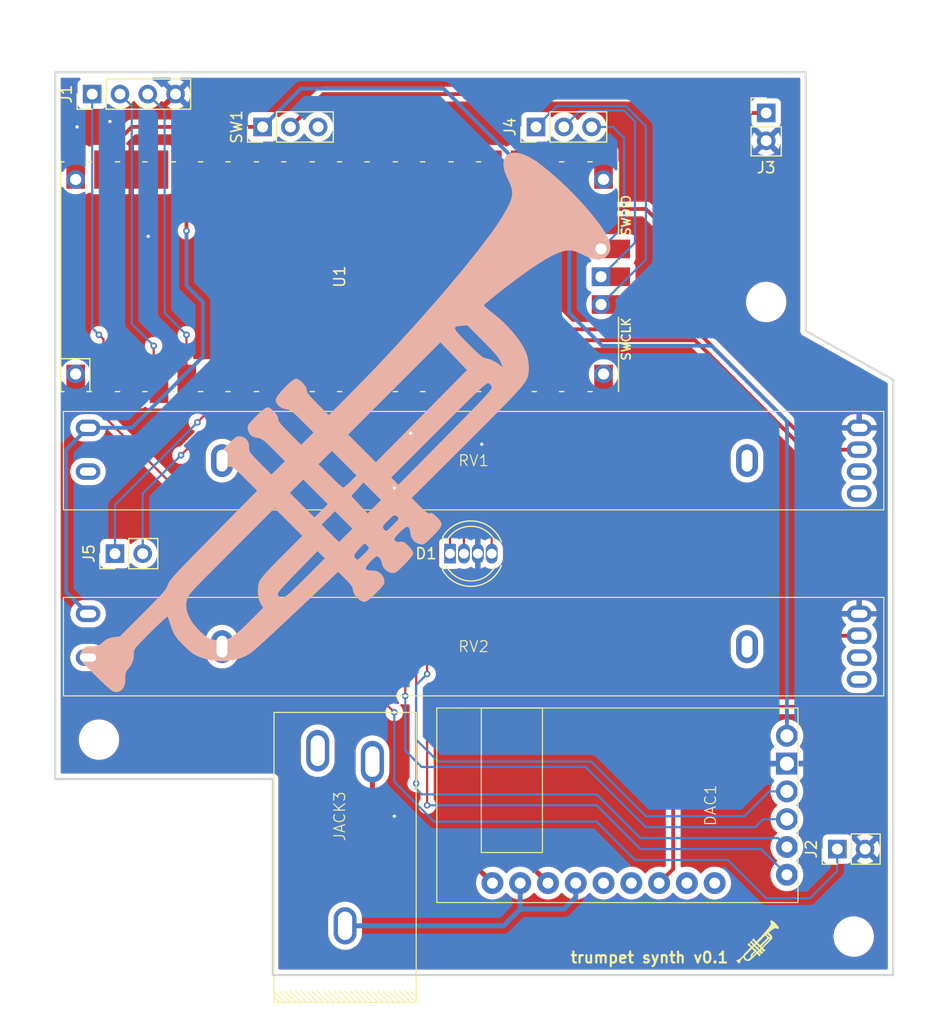
<source format=kicad_pcb>
(kicad_pcb (version 20241229) (generator "pcbnew") (generator_version "9.0")
  (layers (0 "F.Cu" signal) (2 "B.Cu" signal) (13 "F.Paste" user) (15 "B.Paste" user) (5 "F.SilkS" user "F.Silkscreen") (7 "B.SilkS" user "B.Silkscreen") (1 "F.Mask" user) (3 "B.Mask" user) (25 "Edge.Cuts" user))
  (net 0 "")
  (net 1 "GND")
  (net 2 "/GPIO8")
  (net 3 "Net-(DAC1-LROUT)")
  (net 4 "/GPIO7")
  (net 5 "+5V")
  (net 6 "Net-(JACK3-Sleeve)")
  (net 8 "/GPIO9")
  (net 9 "/GPIO22")
  (net 13 "/GPIO6")
  (net 14 "/GPIO1")
  (net 15 "/GPIO3")
  (net 16 "/GPIO2")
  (net 17 "/GPIO0")
  (net 18 "Net-(J3-Pin_1)")
  (net 19 "Net-(J4-Pin_2)")
  (net 20 "Net-(J4-Pin_3)")
  (net 21 "Net-(J4-Pin_1)")
  (net 25 "/GPIO26")
  (net 26 "+3V3")
  (net 31 "/GPIO27")
  (net 36 "/GPIO13")
  (net 37 "/GPIO10")
  (net 38 "/GPIO19")
  (net 39 "/GPIO20")
  (net 40 "/GPIO21")
  (net 42 "/GPIO18")
  (net 43 "/GPIO15")
  (net 45 "/ADC_VREF")
  (net 46 "/GPIO11")
  (net 48 "/GPIO28")
  (net 49 "/GPIO17")
  (net 50 "/GPIO16")
  (net 51 "/GPIO12")
  (net 52 "/GPIO5")
  (net 53 "/GPIO14")
  (net 55 "/GPIO4")
  (footprint "rytmos:linpot_75mm" (layer "F.Cu") (at 68.25 95.5)
    (property "Reference" "RV1")
    (property "Value" "R_Potentiometer_Dual_MountingPin")
  )
  (footprint "Connector_PinHeader_2.54mm:PinHeader_1x04_P2.54mm_Vertical" (layer "F.Cu") (at 33.38 62 90)
    (property "Reference" "J1")
    (property "Value" "valve_board_connector")
  )
  (footprint "MountingHole:MountingHole_3.2mm_M3" (layer "F.Cu") (at 34 121)
    (property "Reference" "H1" (hide yes))
    (property "Value" "MountingHole")
  )
  (footprint "Connector_PinHeader_2.54mm:PinHeader_1x02_P2.54mm_Vertical" (layer "F.Cu") (at 35.46 104 90)
    (property "Reference" "J5")
    (property "Value" "i2c_breakout")
  )
  (footprint "Connector_PinHeader_2.54mm:PinHeader_1x03_P2.54mm_Vertical" (layer "F.Cu") (at 48.96 65 90)
    (property "Reference" "SW1")
    (property "Value" "SW_Push")
  )
  (footprint "MCU_RaspberryPi_and_Boards:RPi_Pico_SMD" (layer "F.Cu") (at 56 78.69 90)
    (property "Reference" "U1")
    (property "Value" "Pico")
  )
  (footprint "rytmos:PCM5102_BREAKOUT" (layer "F.Cu") (at 97.91 127 90)
    (property "Reference" "DAC1")
    (property "Value" "~")
  )
  (footprint "Connector_PinHeader_2.54mm:PinHeader_1x03_P2.54mm_Vertical" (layer "F.Cu") (at 73.96 65 90)
    (property "Reference" "J4")
    (property "Value" "SWD")
  )
  (footprint "MountingHole:MountingHole_3.2mm_M3" (layer "F.Cu") (at 95 81)
    (property "Reference" "H2" (hide yes))
    (property "Value" "MountingHole")
  )
  (footprint "LED_THT:LED_D5.0mm-4_RGB" (layer "F.Cu") (at 66.095 104)
    (property "Reference" "D1")
    (property "Value" "LED_BGKR")
  )
  (footprint "Connector_PinHeader_2.54mm:PinHeader_1x02_P2.54mm_Vertical" (layer "F.Cu") (at 95 63.725)
    (property "Reference" "J3")
    (property "Value" "Power")
  )
  (footprint "rytmos:SlimJack6.3" (layer "F.Cu") (at 56.5 128.0125 90)
    (property "Reference" "JACK3")
    (property "Value" "~")
  )
  (footprint "Connector_PinHeader_2.54mm:PinHeader_1x02_P2.54mm_Vertical" (layer "F.Cu") (at 101.5 131 90)
    (property "Reference" "J2")
    (property "Value" "blow_board_connector")
  )
  (footprint "rytmos:linpot_75mm" (layer "F.Cu") (at 68.25 112.5)
    (property "Reference" "RV2")
    (property "Value" "R_Potentiometer_Dual_MountingPin")
  )
  (footprint "MountingHole:MountingHole_3.2mm_M3" (layer "F.Cu") (at 103 139)
    (property "Reference" "H3" (hide yes))
    (property "Value" "MountingHole")
  )
  (gr_poly (pts (xy 95.463024 137.520165) (xy 95.47379 137.521004) (xy 95.485067 137.522677) (xy 95.496839 137.525197) (xy 95.509088 137.528584) (xy 95.521797 137.532853) (xy 95.534948 137.538021) (xy 95.548525 137.544106) (xy 95.562509 137.551123) (xy 95.581749 137.562086) (xy 95.603009 137.575667) (xy 95.626053 137.591658) (xy 95.650649 137.609849) (xy 95.676562 137.630033) (xy 95.703557 137.652002) (xy 95.7314 137.675546) (xy 95.759858 137.700457) (xy 95.788696 137.726527) (xy 95.817679 137.753548) (xy 95.846574 137.781311) (xy 95.875146 137.809607) (xy 95.903161 137.838229) (xy 95.930385 137.866967) (xy 95.956584 137.895614) (xy 95.981522 137.923961) (xy 96.012162 137.960076) (xy 96.039711 137.993743) (xy 96.064219 138.025082) (xy 96.085738 138.054211) (xy 96.104317 138.08125) (xy 96.120007 138.106321) (xy 96.132857 138.129541) (xy 96.142919 138.151031) (xy 96.150242 138.17091) (xy 96.154878 138.189299) (xy 96.156203 138.197972) (xy 96.156875 138.206317) (xy 96.1569 138.214349) (xy 96.156285 138.222084) (xy 96.155036 138.229535) (xy 96.153158 138.236719) (xy 96.150659 138.24365) (xy 96.147544 138.250342) (xy 96.14382 138.256812) (xy 96.139494 138.263074) (xy 96.129057 138.275033) (xy 96.12519 138.27875) (xy 96.121285 138.282197) (xy 96.11733 138.285373) (xy 96.113314 138.288277) (xy 96.109225 138.290907) (xy 96.105052 138.293262) (xy 96.100783 138.295341) (xy 96.096408 138.297143) (xy 96.091913 138.298666) (xy 96.087289 138.29991) (xy 96.082523 138.300874) (xy 96.077604 138.301555) (xy 96.072521 138.301953) (xy 96.067262 138.302066) (xy 96.061815 138.301894) (xy 96.05617 138.301435) (xy 96.050314 138.300688) (xy 96.044237 138.299651) (xy 96.037926 138.298325) (xy 96.03137 138.296706) (xy 96.024559 138.294795) (xy 96.017479 138.29259) (xy 96.010121 138.290089) (xy 96.002471 138.287292) (xy 95.986255 138.280804) (xy 95.968739 138.273116) (xy 95.949831 138.264218) (xy 95.929439 138.2541) (xy 95.921814 138.250411) (xy 95.914217 138.247103) (xy 95.906629 138.244184) (xy 95.899025 138.241661) (xy 95.891383 138.23954) (xy 95.883681 138.237829) (xy 95.875896 138.236535) (xy 95.868006 138.235664) (xy 95.859987 138.235224) (xy 95.851819 138.235222) (xy 95.843478 138.235664) (xy 95.834941 138.236558) (xy 95.826187 138.237911) (xy 95.817192 138.239729) (xy 95.807934 138.24202) (xy 95.798391 138.24479) (xy 95.78854 138.248048) (xy 95.778359 138.251798) (xy 95.767824 138.25605) (xy 95.756915 138.260809) (xy 95.733879 138.271877) (xy 95.709071 138.285061) (xy 95.682311 138.300414) (xy 95.653419 138.317994) (xy 95.622214 138.337856) (xy 95.588518 138.360057) (xy 95.541734 138.3925) (xy 95.486604 138.43256) (xy 95.427623 138.476739) (xy 95.369286 138.521543) (xy 95.316088 138.563475) (xy 95.272524 138.599041) (xy 95.24309 138.624744) (xy 95.235076 138.632805) (xy 95.232279 138.637089) (xy 95.232386 138.637498) (xy 95.232701 138.638066) (xy 95.233939 138.639658) (xy 95.235952 138.641829) (xy 95.238698 138.644544) (xy 95.242134 138.647766) (xy 95.24622 138.651462) (xy 95.256173 138.660127) (xy 95.268223 138.670255) (xy 95.282036 138.681561) (xy 95.297279 138.693759) (xy 95.313618 138.706564) (xy 95.331758 138.721137) (xy 95.349847 138.736643) (xy 95.367783 138.752958) (xy 95.385463 138.769957) (xy 95.402784 138.787515) (xy 95.419644 138.805507) (xy 95.43594 138.82381) (xy 95.451569 138.842298) (xy 95.466429 138.860846) (xy 95.480417 138.87933) (xy 95.49343 138.897625) (xy 95.505366 138.915607) (xy 95.516121 138.93315) (xy 95.525594 138.950131) (xy 95.533681 138.966424) (xy 95.54028 138.981904) (xy 95.544051 138.992371) (xy 95.547446 139.003286) (xy 95.550461 139.01457) (xy 95.55309 139.02614) (xy 95.555327 139.037916) (xy 95.557167 139.049815) (xy 95.558603 139.061757) (xy 95.559631 139.07366) (xy 95.560245 139.085443) (xy 95.560438 139.097024) (xy 95.560206 139.108323) (xy 95.559542 139.119258) (xy 95.558442 139.129747) (xy 95.556899 139.139709) (xy 95.554908 139.149064) (xy 95.552463 139.157729) (xy 95.548759 139.168019) (xy 95.546529 139.173263) (xy 95.543967 139.178658) (xy 95.541015 139.184269) (xy 95.537615 139.190159) (xy 95.533707 139.196392) (xy 95.529232 139.203032) (xy 95.524133 139.210144) (xy 95.518349 139.217791) (xy 95.511823 139.226037) (xy 95.504495 139.234946) (xy 95.487198 139.255009) (xy 95.465988 139.278493) (xy 95.440396 139.305909) (xy 95.409949 139.337769) (xy 95.374178 139.374585) (xy 95.332611 139.416869) (xy 95.230211 139.519887) (xy 95.098982 139.650917) (xy 94.703557 140.045006) (xy 94.762568 140.104017) (xy 94.778357 140.119552) (xy 94.785334 140.126196) (xy 94.791746 140.132124) (xy 94.797626 140.137358) (xy 94.803009 140.141925) (xy 94.807931 140.145846) (xy 94.812424 140.149147) (xy 94.816525 140.151852) (xy 94.820266 140.153984) (xy 94.823683 140.155568) (xy 94.826811 140.156628) (xy 94.829683 140.157188) (xy 94.832334 140.157272) (xy 94.834798 140.156904) (xy 94.837111 140.156109) (xy 94.838151 140.155693) (xy 94.839219 140.155359) (xy 94.840317 140.155108) (xy 94.841446 140.154939) (xy 94.842607 140.154855) (xy 94.843801 140.154855) (xy 94.845029 140.154941) (xy 94.846292 140.155112) (xy 94.847592 140.155369) (xy 94.848929 140.155714) (xy 94.850305 140.156146) (xy 94.85172 140.156667) (xy 94.853176 140.157276) (xy 94.854674 140.157975) (xy 94.856215 140.158764) (xy 94.8578 140.159644) (xy 94.85943 140.160615) (xy 94.861106 140.161678) (xy 94.864601 140.164083) (xy 94.868294 140.166864) (xy 94.872194 140.170026) (xy 94.876309 140.173573) (xy 94.880648 140.177512) (xy 94.88522 140.181846) (xy 94.890033 140.186581) (xy 94.898307 140.195102) (xy 94.901983 140.199121) (xy 94.905346 140.203003) (xy 94.908391 140.206766) (xy 94.911115 140.210427) (xy 94.913511 140.214005) (xy 94.915577 140.217517) (xy 94.917306 140.22098) (xy 94.918696 140.224414) (xy 94.919741 140.227835) (xy 94.920436 140.231261) (xy 94.920778 140.23471) (xy 94.920761 140.238201) (xy 94.920382 140.24175) (xy 94.919635 140.245376) (xy 94.918516 140.249097) (xy 94.917021 140.252929) (xy 94.915145 140.256892) (xy 94.912883 140.261003) (xy 94.910231 140.265279) (xy 94.907185 140.269739) (xy 94.90374 140.2744) (xy 94.899891 140.279281) (xy 94.895635 140.284398) (xy 94.890965 140.28977) (xy 94.88037 140.30135) (xy 94.868071 140.314162) (xy 94.85403 140.32835) (xy 94.835927 140.34624) (xy 94.828201 140.353651) (xy 94.821243 140.360112) (xy 94.814964 140.365676) (xy 94.809278 140.370399) (xy 94.804098 140.374335) (xy 94.799335 140.377538) (xy 94.794904 140.380062) (xy 94.790715 140.381963) (xy 94.786683 140.383293) (xy 94.78272 140.384109) (xy 94.778739 140.384463) (xy 94.774652 140.384411) (xy 94.770372 140.384006) (xy 94.765812 140.383304) (xy 94.762218 140.382595) (xy 94.758687 140.381747) (xy 94.755221 140.380762) (xy 94.751822 140.379644) (xy 94.748493 140.378395) (xy 94.745237 140.377018) (xy 94.742056 140.375514) (xy 94.738952 140.373888) (xy 94.735927 140.372141) (xy 94.732985 140.370276) (xy 94.730127 140.368296) (xy 94.727357 140.366203) (xy 94.724675 140.364001) (xy 94.722085 140.361691) (xy 94.71959 140.359276) (xy 94.717191 140.35676) (xy 94.714891 140.354144) (xy 94.712692 140.351431) (xy 94.710598 140.348624) (xy 94.708609 140.345726) (xy 94.706729 140.342739) (xy 94.704961 140.339665) (xy 94.703306 140.336508) (xy 94.701767 140.333271) (xy 94.700346 140.329955) (xy 94.699046 140.326563) (xy 94.697869 140.323098) (xy 94.696818 140.319564) (xy 94.695894 140.315961) (xy 94.695102 140.312293) (xy 94.694442 140.308563) (xy 94.693917 140.304773) (xy 94.692438 140.293873) (xy 94.69074 140.284376) (xy 94.689794 140.280152) (xy 94.688776 140.276277) (xy 94.68768 140.27275) (xy 94.686499 140.26957) (xy 94.685228 140.266737) (xy 94.683861 140.26425) (xy 94.682391 140.262108) (xy 94.680813 140.26031) (xy 94.679122 140.258856) (xy 94.67731 140.257745) (xy 94.675372 140.256976) (xy 94.673302 140.256549) (xy 94.671094 140.256463) (xy 94.668743 140.256717) (xy 94.666241 140.257311) (xy 94.663584 140.258243) (xy 94.660765 140.259513) (xy 94.657779 140.26112) (xy 94.654618 140.263064) (xy 94.651279 140.265344) (xy 94.647753 140.26796) (xy 94.644037 140.270909) (xy 94.636005 140.277809) (xy 94.627136 140.286038) (xy 94.617382 140.29559) (xy 94.603501 140.309683) (xy 94.59776 140.31572) (xy 94.59278 140.321152) (xy 94.588533 140.326029) (xy 94.58499 140.3304) (xy 94.582122 140.334316) (xy 94.579899 140.337829) (xy 94.578293 140.340986) (xy 94.577713 140.342448) (xy 94.577276 140.343841) (xy 94.576979 140.345169) (xy 94.576818 140.346441) (xy 94.57679 140.347662) (xy 94.57689 140.348838) (xy 94.577116 140.349976) (xy 94.577464 140.351082) (xy 94.57793 140.352163) (xy 94.57851 140.353224) (xy 94.58 140.355313) (xy 94.581905 140.3574) (xy 94.582612 140.358068) (xy 94.583373 140.358713) (xy 94.584185 140.359334) (xy 94.585047 140.359931) (xy 94.586908 140.361051) (xy 94.588937 140.362069) (xy 94.591114 140.362982) (xy 94.593421 140.363786) (xy 94.595839 140.364476) (xy 94.598347 140.365049) (xy 94.600927 140.3655) (xy 94.60356 140.365827) (xy 94.606226 140.366025) (xy 94.608907 140.36609) (xy 94.611582 140.366019) (xy 94.614234 140.365808) (xy 94.616841 140.365452) (xy 94.619387 140.364947) (xy 94.622859 140.364265) (xy 94.624558 140.364027) (xy 94.626237 140.36386) (xy 94.6279 140.363765) (xy 94.629549 140.363744) (xy 94.63119 140.3638) (xy 94.632825 140.363934) (xy 94.634457 140.364148) (xy 94.636091 140.364443) (xy 94.63773 140.364822) (xy 94.639378 140.365286) (xy 94.641037 140.365836) (xy 94.642712 140.366476) (xy 94.644406 140.367205) (xy 94.646122 140.368028) (xy 94.647865 140.368944) (xy 94.649637 140.369956) (xy 94.653286 140.372274) (xy 94.657095 140.374998) (xy 94.661095 140.37814) (xy 94.665313 140.381716) (xy 94.669777 140.385739) (xy 94.674516 140.390224) (xy 94.679559 140.395185) (xy 94.683211 140.398931) (xy 94.686762 140.402754) (xy 94.690191 140.406628) (xy 94.693482 140.410525) (xy 94.696614 140.414416) (xy 94.699571 140.418275) (xy 94.702334 140.422074) (xy 94.704883 140.425785) (xy 94.707202 140.429381) (xy 94.709271 140.432834) (xy 94.711072 140.436116) (xy 94.712587 140.4392) (xy 94.713797 140.442058) (xy 94.714684 140.444663) (xy 94.71523 140.446987) (xy 94.715416 140.449003) (xy 94.715345 140.450114) (xy 94.715131 140.451341) (xy 94.714776 140.452681) (xy 94.714283 140.454133) (xy 94.712884 140.457363) (xy 94.710946 140.461017) (xy 94.708481 140.46508) (xy 94.705501 140.469536) (xy 94.702018 140.47437) (xy 94.698043 140.479568) (xy 94.693589 140.485113) (xy 94.688667 140.490991) (xy 94.68329 140.497186) (xy 94.677469 140.503684) (xy 94.671216 140.510468) (xy 94.664543 140.517525) (xy 94.657462 140.524839) (xy 94.649985 140.532394) (xy 94.63003 140.552153) (xy 94.62157 140.560316) (xy 94.613991 140.567418) (xy 94.607197 140.573523) (xy 94.601088 140.578693) (xy 94.595568 140.582992) (xy 94.59054 140.586481) (xy 94.585904 140.589225) (xy 94.581565 140.591287) (xy 94.577424 140.592728) (xy 94.573383 140.593613) (xy 94.569345 140.594004) (xy 94.565212 140.593964) (xy 94.560887 140.593556) (xy 94.556273 140.592843) (xy 94.552953 140.592187) (xy 94.549668 140.591397) (xy 94.54642 140.590477) (xy 94.543215 140.589429) (xy 94.536945 140.58697) (xy 94.530888 140.584048) (xy 94.525074 140.580692) (xy 94.519533 140.576933) (xy 94.514294 140.5728) (xy 94.509389 140.568323) (xy 94.504847 140.56353) (xy 94.500697 140.558452) (xy 94.496971 140.553117) (xy 94.493698 140.547556) (xy 94.492241 140.5447) (xy 94.490909 140.541798) (xy 94.489705 140.538854) (xy 94.488633 140.535872) (xy 94.487697 140.532856) (xy 94.4869 140.529809) (xy 94.486247 140.526734) (xy 94.485741 140.523636) (xy 94.485294 140.520949) (xy 94.484691 140.518163) (xy 94.483941 140.5153) (xy 94.483056 140.512382) (xy 94.482046 140.509432) (xy 94.48092 140.50647) (xy 94.47969 140.503519) (xy 94.478365 140.500601) (xy 94.476955 140.497737) (xy 94.475472 140.494949) (xy 94.473926 140.49226) (xy 94.472326 140.48969) (xy 94.470684 140.487262) (xy 94.469009 140.484997) (xy 94.467311 140.482918) (xy 94.465602 140.481047) (xy 94.462831 140.478292) (xy 94.46152 140.477081) (xy 94.460247 140.475987) (xy 94.459002 140.475014) (xy 94.457778 140.474165) (xy 94.456564 140.473444) (xy 94.455353 140.472857) (xy 94.454136 140.472405) (xy 94.452903 140.472094) (xy 94.451647 140.471928) (xy 94.450357 140.47191) (xy 94.449026 140.472045) (xy 94.447645 140.472336) (xy 94.446204 140.472787) (xy 94.444695 140.473403) (xy 94.443109 140.474187) (xy 94.441437 140.475144) (xy 94.439671 140.476277) (xy 94.437802 140.477591) (xy 94.43582 140.479089) (xy 94.433718 140.480775) (xy 94.431485 140.482653) (xy 94.429114 140.484728) (xy 94.426596 140.487003) (xy 94.423922 140.489482) (xy 94.418069 140.49507) (xy 94.411485 140.501522) (xy 94.404101 140.508872) (xy 94.395133 140.518065) (xy 94.38745 140.526449) (xy 94.381059 140.534053) (xy 94.378349 140.537572) (xy 94.375965 140.540907) (xy 94.373906 140.544063) (xy 94.372175 140.547042) (xy 94.370771 140.549848) (xy 94.369696 140.552486) (xy 94.368949 140.554959) (xy 94.368533 140.55727) (xy 94.368448 140.559424) (xy 94.368694 140.561424) (xy 94.369273 140.563273) (xy 94.370185 140.564977) (xy 94.371431 140.566537) (xy 94.373011 140.567959) (xy 94.374928 140.569246) (xy 94.377181 140.570401) (xy 94.379771 140.571428) (xy 94.382699 140.572332) (xy 94.385965 140.573115) (xy 94.389572 140.573781) (xy 94.393519 140.574335) (xy 94.397807 140.57478) (xy 94.40741 140.575357) (xy 94.418387 140.575543) (xy 94.422397 140.575626) (xy 94.426352 140.575873) (xy 94.430248 140.576282) (xy 94.434083 140.576849) (xy 94.437852 140.577573) (xy 94.441553 140.578449) (xy 94.445182 140.579476) (xy 94.448737 140.580651) (xy 94.452213 140.581971) (xy 94.455608 140.583433) (xy 94.458918 140.585035) (xy 94.46214 140.586774) (xy 94.46527 140.588646) (xy 94.468306 140.590651) (xy 94.471244 140.592783) (xy 94.474081 140.595042) (xy 94.476814 140.597424) (xy 94.479439 140.599926) (xy 94.481953 140.602546) (xy 94.484352 140.605282) (xy 94.486634 140.608129) (xy 94.488795 140.611086) (xy 94.490832 140.614149) (xy 94.492742 140.617317) (xy 94.494521 140.620586) (xy 94.496166 140.623954) (xy 94.497673 140.627417) (xy 94.499041 140.630974) (xy 94.500264 140.634621) (xy 94.501341 140.638355) (xy 94.502267 140.642175) (xy 94.503039 140.646077) (xy 94.503753 140.650697) (xy 94.503999 140.652891) (xy 94.504161 140.655026) (xy 94.50423 140.657112) (xy 94.5042 140.659163) (xy 94.504061 140.66119) (xy 94.503805 140.663206) (xy 94.503425 140.665224) (xy 94.502913 140.667255) (xy 94.502261 140.669313) (xy 94.50146 140.671408) (xy 94.500503 140.673554) (xy 94.499382 140.675764) (xy 94.498089 140.678048) (xy 94.496615 140.680421) (xy 94.494953 140.682893) (xy 94.493095 140.685478) (xy 94.491033 140.688187) (xy 94.488759 140.691033) (xy 94.486264 140.694029) (xy 94.483541 140.697187) (xy 94.47738 140.704036) (xy 94.47021 140.711681) (xy 94.461967 140.720218) (xy 94.452589 140.729749) (xy 94.44201 140.74037) (xy 94.424054 140.758063) (xy 94.416117 140.765655) (xy 94.408811 140.772453) (xy 94.402092 140.778492) (xy 94.395912 140.783804) (xy 94.390227 140.788424) (xy 94.384991 140.792384) (xy 94.380157 140.795718) (xy 94.375679 140.798458) (xy 94.371512 140.800639) (xy 94.36761 140.802293) (xy 94.363926 140.803454) (xy 94.360415 140.804155) (xy 94.357031 140.80443) (xy 94.353728 140.804311) (xy 94.353737 140.804318) (xy 94.35073 140.803906) (xy 94.347644 140.803226) (xy 94.344488 140.802292) (xy 94.341275 140.801116) (xy 94.338015 140.799708) (xy 94.33472 140.798082) (xy 94.331401 140.796249) (xy 94.328069 140.794221) (xy 94.321411 140.789628) (xy 94.314836 140.784401) (xy 94.308432 140.778633) (xy 94.302291 140.772422) (xy 94.2965 140.765863) (xy 94.291151 140.759051) (xy 94.286332 140.752084) (xy 94.282133 140.745056) (xy 94.280293 140.741549) (xy 94.278643 140.738063) (xy 94.277192 140.73461) (xy 94.275952 140.731202) (xy 94.274934 140.72785) (xy 94.27415 140.724568) (xy 94.27361 140.721366) (xy 94.273326 140.718257) (xy 94.272983 140.714428) (xy 94.272325 140.710578) (xy 94.271331 140.706676) (xy 94.269981 140.702692) (xy 94.268255 140.698598) (xy 94.266133 140.694363) (xy 94.263595 140.689958) (xy 94.260621 140.685354) (xy 94.257191 140.680522) (xy 94.253285 140.675431) (xy 94.248883 140.670052) (xy 94.243965 140.664356) (xy 94.23851 140.658313) (xy 94.2325 140.651894) (xy 94.225913 140.645069) (xy 94.21873 140.637809) (xy 94.165492 140.584571) (xy 94.010032 140.732195) (xy 93.851229 140.881971) (xy 93.687733 141.034772) (xy 93.634159 141.084398) (xy 93.592412 141.122513) (xy 93.56004 141.151) (xy 93.546602 141.16222) (xy 93.534587 141.171739) (xy 93.523689 141.179792) (xy 93.5136 141.186613) (xy 93.504015 141.192439) (xy 93.494626 141.197503) (xy 93.485126 141.202043) (xy 93.475209 141.206292) (xy 93.452898 141.21486) (xy 93.436892 141.22027) (xy 93.420213 141.224936) (xy 93.402948 141.228861) (xy 93.385186 141.232044) (xy 93.367015 141.234485) (xy 93.348522 141.236187) (xy 93.329797 141.237149) (xy 93.310926 141.237372) (xy 93.291999 141.236857) (xy 93.273103 141.235605) (xy 93.254326 141.233616) (xy 93.235757 141.23089) (xy 93.217483 141.227429) (xy 93.199592 141.223233) (xy 93.182174 141.218304) (xy 93.165315 141.21264) (xy 93.155624 141.209029) (xy 93.146633 141.205489) (xy 93.138235 141.201947) (xy 93.130325 141.198329) (xy 93.122796 141.194562) (xy 93.115544 141.190572) (xy 93.10846 141.186287) (xy 93.101441 141.181632) (xy 93.094378 141.176535) (xy 93.087168 141.170922) (xy 93.079703 141.164719) (xy 93.071878 141.157853) (xy 93.063587 141.150252) (xy 93.054723 141.14184) (xy 93.034856 141.122295) (xy 93.022832 141.110208) (xy 93.012145 141.099253) (xy 93.002646 141.089156) (xy 92.994183 141.079648) (xy 92.986607 141.070458) (xy 92.979769 141.061313) (xy 92.976578 141.056673) (xy 92.973516 141.051942) (xy 92.970563 141.047088) (xy 92.967701 141.042076) (xy 92.962172 141.031441) (xy 92.95678 141.019768) (xy 92.951374 141.006785) (xy 92.945804 140.99222) (xy 92.939921 140.975803) (xy 92.933575 140.957263) (xy 92.91889 140.912726) (xy 92.918588 140.912453) (xy 92.917971 140.912502) (xy 92.917048 140.912865) (xy 92.915826 140.913535) (xy 92.912521 140.915767) (xy 92.908118 140.91914) (xy 92.902682 140.923594) (xy 92.896279 140.929072) (xy 92.888973 140.935514) (xy 92.880827 140.942861) (xy 92.862276 140.960038) (xy 92.841142 140.980134) (xy 92.817941 141.002678) (xy 92.793188 141.027202) (xy 92.75477 141.065761) (xy 92.725316 141.095836) (xy 92.703664 141.118893) (xy 92.6954 141.128246) (xy 92.688651 141.136394) (xy 92.683271 141.143519) (xy 92.679115 141.149803) (xy 92.676037 141.155431) (xy 92.673893 141.160584) (xy 92.672536 141.165447) (xy 92.671822 141.170201) (xy 92.671606 141.175029) (xy 92.671741 141.180116) (xy 92.671924 141.188088) (xy 92.671687 141.196093) (xy 92.671041 141.204101) (xy 92.669998 141.212083) (xy 92.668567 141.220006) (xy 92.666759 141.227843) (xy 92.664587 141.235562) (xy 92.662059 141.243133) (xy 92.659188 141.250527) (xy 92.655984 141.257713) (xy 92.652458 141.264662) (xy 92.648621 141.271342) (xy 92.644484 141.277724) (xy 92.640057 141.283778) (xy 92.635351 141.289474) (xy 92.630378 141.294782) (xy 92.627326 141.298004) (xy 92.624525 141.301323) (xy 92.621971 141.304759) (xy 92.619658 141.30833) (xy 92.617579 141.312058) (xy 92.615729 141.315961) (xy 92.614103 141.320059) (xy 92.612693 141.324373) (xy 92.611495 141.328922) (xy 92.610503 141.333725) (xy 92.609711 141.338803) (xy 92.609112 141.344176) (xy 92.608702 141.349862) (xy 92.608474 141.355882) (xy 92.608423 141.362255) (xy 92.608543 141.369002) (xy 92.608519 141.379762) (xy 92.607817 141.389998) (xy 92.606456 141.399684) (xy 92.604456 141.408791) (xy 92.60184 141.417293) (xy 92.600306 141.421308) (xy 92.598625 141.425162) (xy 92.596801 141.428851) (xy 92.594834 141.432372) (xy 92.592728 141.43572) (xy 92.590486 141.438894) (xy 92.58811 141.44189) (xy 92.585602 141.444703) (xy 92.582965 141.447331) (xy 92.580202 141.449771) (xy 92.577314 141.452018) (xy 92.574306 141.45407) (xy 92.571178 141.455923) (xy 92.567935 141.457573) (xy 92.564577 141.459018) (xy 92.561109 141.460254) (xy 92.557531 141.461277) (xy 92.553848 141.462085) (xy 92.550061 141.462673) (xy 92.546173 141.463038) (xy 92.542187 141.463178) (xy 92.538104 141.463088) (xy 92.535926 141.462929) (xy 92.533742 141.462663) (xy 92.531537 141.462277) (xy 92.529297 141.461761) (xy 92.527007 141.461102) (xy 92.524653 141.460288) (xy 92.522219 141.459309) (xy 92.519693 141.458152) (xy 92.517058 141.456806) (xy 92.514301 141.455258) (xy 92.511407 141.453498) (xy 92.508361 141.451513) (xy 92.505149 141.449292) (xy 92.501756 141.446823) (xy 92.494369 141.441095) (xy 92.486085 141.434236) (xy 92.476787 141.426151) (xy 92.466358 141.416747) (xy 92.454682 141.405932) (xy 92.441643 141.39361) (xy 92.427124 141.379689) (xy 92.39318 141.346676) (xy 92.350198 141.30426) (xy 92.332807 141.286626) (xy 92.317982 141.271053) (xy 92.305597 141.257301) (xy 92.295529 141.245131) (xy 92.287652 141.234302) (xy 92.284495 141.229316) (xy 92.28184 141.224575) (xy 92.27967 141.220049) (xy 92.277969 141.215708) (xy 92.276723 141.211522) (xy 92.275914 141.207462) (xy 92.275529 141.203496) (xy 92.27555 141.199596) (xy 92.275963 141.195731) (xy 92.276752 141.19187) (xy 92.2779 141.187985) (xy 92.279394 141.184045) (xy 92.283351 141.17588) (xy 92.288499 141.167134) (xy 92.294712 141.157568) (xy 92.297706 141.153216) (xy 92.300611 141.149315) (xy 92.302048 141.147527) (xy 92.303484 141.145842) (xy 92.304925 141.144258) (xy 92.306379 141.142772) (xy 92.307853 141.141381) (xy 92.309354 141.140083) (xy 92.310888 141.138874) (xy 92.312463 141.137751) (xy 92.314085 141.136712) (xy 92.315762 141.135754) (xy 92.317501 141.134873) (xy 92.319307 141.134067) (xy 92.32119 141.133333) (xy 92.323154 141.132668) (xy 92.325208 141.132069) (xy 92.327359 141.131534) (xy 92.329612 141.131058) (xy 92.331976 141.13064) (xy 92.334457 141.130277) (xy 92.337062 141.129965) (xy 92.339798 141.129702) (xy 92.342673 141.129484) (xy 92.348864 141.129175) (xy 92.35569 141.129014) (xy 92.363209 141.128978) (xy 92.370289 141.128917) (xy 92.37689 141.128691) (xy 92.383056 141.128285) (xy 92.388832 141.127681) (xy 92.394261 141.126864) (xy 92.39939 141.125816) (xy 92.404263 141.12452) (xy 92.408923 141.12296) (xy 92.413417 141.12112) (xy 92.417789 141.118983) (xy 92.422083 141.116531) (xy 92.426344 141.113749) (xy 92.430617 141.11062) (xy 92.434946 141.107127) (xy 92.439377 141.103253) (xy 92.443953 141.098982) (xy 92.448053 141.09519) (xy 92.452221 141.091618) (xy 92.456465 141.088263) (xy 92.460795 141.08512) (xy 92.465218 141.082185) (xy 92.469743 141.079455) (xy 92.474379 141.076925) (xy 92.479134 141.074591) (xy 92.484017 141.07245) (xy 92.489036 141.070498) (xy 92.4942 141.06873) (xy 92.499518 141.067143) (xy 92.504997 141.065733) (xy 92.510646 141.064495) (xy 92.516474 141.063426) (xy 92.52249 141.062522) (xy 92.569642 141.056176) (xy 92.738893 140.886925) (xy 92.788472 140.837153) (xy 92.803575 140.821782) (xy 93.055085 140.821782) (xy 93.055093 140.834907) (xy 93.056135 140.84814) (xy 93.058206 140.861468) (xy 93.0613 140.874879) (xy 93.065412 140.88836) (xy 93.070537 140.901898) (xy 93.07667 140.915482) (xy 93.083806 140.929099) (xy 93.09194 140.942736) (xy 93.101066 140.956381) (xy 93.111179 140.970022) (xy 93.122275 140.983646) (xy 93.134347 140.997241) (xy 93.147391 141.010795) (xy 93.165524 141.028646) (xy 93.173468 141.036183) (xy 93.180799 141.042881) (xy 93.187618 141.048804) (xy 93.194027 141.054018) (xy 93.200129 141.058587) (xy 93.206024 141.062576) (xy 93.211814 141.066051) (xy 93.217601 141.069076) (xy 93.223486 141.071716) (xy 93.229572 141.074036) (xy 93.235959 141.076101) (xy 93.24275 141.077975) (xy 93.250045 141.079725) (xy 93.257948 141.081415) (xy 93.273583 141.084225) (xy 93.288394 141.08602) (xy 93.295547 141.086508) (xy 93.302563 141.086708) (xy 93.309463 141.086608) (xy 93.316271 141.086196) (xy 93.323009 141.085462) (xy 93.329701 141.084393) (xy 93.336368 141.082978) (xy 93.343034 141.081206) (xy 93.349722 141.079064) (xy 93.356453 141.076541) (xy 93.363252 141.073627) (xy 93.37014 141.070308) (xy 93.37714 141.066574) (xy 93.384276 141.062414) (xy 93.391569 141.057814) (xy 93.399043 141.052765) (xy 93.414624 141.04127) (xy 93.431201 141.027837) (xy 93.448954 141.012373) (xy 93.468067 140.994785) (xy 93.488721 140.974981) (xy 93.511098 140.95287) (xy 93.61715 140.84683) (xy 93.599196 140.818771) (xy 93.59507 140.811466) (xy 93.59137 140.803194) (xy 93.588103 140.794079) (xy 93.58528 140.784247) (xy 93.582906 140.773822) (xy 93.580991 140.762931) (xy 93.579542 140.751699) (xy 93.579199 140.747673) (xy 93.724027 140.747673) (xy 93.724157 140.750983) (xy 93.725095 140.753935) (xy 93.726688 140.756717) (xy 93.729104 140.760171) (xy 93.731491 140.76332) (xy 93.733877 140.766148) (xy 93.736287 140.768637) (xy 93.738748 140.770771) (xy 93.740007 140.771699) (xy 93.741288 140.772532) (xy 93.742596 140.773268) (xy 93.743933 140.773903) (xy 93.745303 140.774437) (xy 93.746709 140.774868) (xy 93.748155 140.775192) (xy 93.749644 140.775408) (xy 93.751179 140.775514) (xy 93.752764 140.775507) (xy 93.754402 140.775386) (xy 93.756096 140.775148) (xy 93.75785 140.774791) (xy 93.759667 140.774314) (xy 93.76155 140.773713) (xy 93.763502 140.772987) (xy 93.765528 140.772133) (xy 93.76763 140.77115) (xy 93.772077 140.768787) (xy 93.776869 140.76588) (xy 93.782033 140.762412) (xy 93.787597 140.758366) (xy 93.793586 140.753724) (xy 93.800027 140.748471) (xy 93.806947 140.742588) (xy 93.814374 140.736059) (xy 93.822333 140.728866) (xy 93.830851 140.720992) (xy 93.839955 140.71242) (xy 93.849672 140.703134) (xy 93.871051 140.682347) (xy 93.895202 140.658496) (xy 93.922338 140.631442) (xy 94.067351 140.486429) (xy 94.048267 140.467346) (xy 94.284444 140.467346) (xy 94.284497 140.468776) (xy 94.284673 140.470186) (xy 94.284971 140.471582) (xy 94.285387 140.472972) (xy 94.285918 140.474365) (xy 94.287311 140.477189) (xy 94.289126 140.480116) (xy 94.291336 140.483207) (xy 94.293782 140.486371) (xy 94.294938 140.48777) (xy 94.296062 140.489043) (xy 94.297163 140.490184) (xy 94.298249 140.491191) (xy 94.299329 140.492059) (xy 94.300414 140.492784) (xy 94.301511 140.493363) (xy 94.302068 140.493596) (xy 94.302631 140.493791) (xy 94.303202 140.493947) (xy 94.303782 140.494063) (xy 94.304371 140.494141) (xy 94.304972 140.494178) (xy 94.305586 140.494174) (xy 94.306212 140.494129) (xy 94.306854 140.494043) (xy 94.307511 140.493914) (xy 94.308184 140.493743) (xy 94.308876 140.493528) (xy 94.310318 140.492968) (xy 94.311846 140.492229) (xy 94.313468 140.491307) (xy 94.315194 140.490199) (xy 94.317033 140.488901) (xy 94.318994 140.487408) (xy 94.321086 140.485717) (xy 94.323317 140.483823) (xy 94.325698 140.481722) (xy 94.328237 140.479412) (xy 94.330944 140.476887) (xy 94.336895 140.471178) (xy 94.343624 140.464565) (xy 94.351204 140.457014) (xy 94.365634 140.442449) (xy 94.371434 140.436408) (xy 94.376336 140.431082) (xy 94.380374 140.426388) (xy 94.383581 140.422242) (xy 94.384885 140.420349) (xy 94.385994 140.418561) (xy 94.386912 140.416868) (xy 94.387645 140.41526) (xy 94.388195 140.413726) (xy 94.388568 140.412256) (xy 94.388768 140.410839) (xy 94.388799 140.409465) (xy 94.388665 140.408124) (xy 94.388371 140.406804) (xy 94.38792 140.405496) (xy 94.387318 140.404189) (xy 94.386568 140.402872) (xy 94.385674 140.401535) (xy 94.383475 140.39876) (xy 94.380753 140.39578) (xy 94.377543 140.39251) (xy 94.374256 140.389273) (xy 94.372735 140.387835) (xy 94.371281 140.386523) (xy 94.369885 140.385342) (xy 94.368537 140.384295) (xy 94.367227 140.383388) (xy 94.365944 140.382624) (xy 94.36468 140.382009) (xy 94.363424 140.381545) (xy 94.362167 140.381238) (xy 94.361534 140.381145) (xy 94.360897 140.381093) (xy 94.360254 140.381081) (xy 94.359605 140.381112) (xy 94.358948 140.381185) (xy 94.358282 140.381302) (xy 94.356917 140.381665) (xy 94.3555 140.382207) (xy 94.354022 140.382932) (xy 94.352472 140.383843) (xy 94.350841 140.384947) (xy 94.349117 140.386246) (xy 94.347293 140.387746) (xy 94.345357 140.38945) (xy 94.343299 140.391363) (xy 94.341111 140.393489) (xy 94.33878 140.395833) (xy 94.336299 140.398399) (xy 94.330842 140.404215) (xy 94.324661 140.410971) (xy 94.317675 140.418703) (xy 94.305645 140.432291) (xy 94.300731 140.438089) (xy 94.296517 140.443306) (xy 94.292978 140.448005) (xy 94.290089 140.452246) (xy 94.287824 140.456093) (xy 94.286917 140.457888) (xy 94.286157 140.459607) (xy 94.285541 140.461259) (xy 94.285064 140.462851) (xy 94.284725 140.464391) (xy 94.284519 140.465887) (xy 94.284444 140.467346) (xy 94.048267 140.467346) (xy 94.041004 140.460082) (xy 94.014656 140.433735) (xy 93.865237 140.587205) (xy 93.819525 140.634302) (xy 93.784367 140.67101) (xy 93.758541 140.698822) (xy 93.748747 140.709859) (xy 93.740828 140.719232) (xy 93.734632 140.727128) (xy 93.730007 140.733734) (xy 93.726799 140.739235) (xy 93.724857 140.743819) (xy 93.724027 140.747673) (xy 93.579199 140.747673) (xy 93.578568 140.74025) (xy 93.578075 140.728711) (xy 93.578073 140.717206) (xy 93.578569 140.705862) (xy 93.579572 140.694802) (xy 93.581088 140.684153) (xy 93.583127 140.674041) (xy 93.585696 140.664589) (xy 93.588804 140.655924) (xy 93.591136 140.650942) (xy 93.594321 140.645317) (xy 93.598403 140.639) (xy 93.603424 140.631943) (xy 93.609429 140.624096) (xy 93.61646 140.61541) (xy 93.624561 140.605837) (xy 93.633776 140.595328) (xy 93.644149 140.583835) (xy 93.655721 140.571307) (xy 93.668538 140.557698) (xy 93.682642 140.542957) (xy 93.714887 140.509886) (xy 93.752802 140.471704) (xy 93.902714 140.321792) (xy 93.820394 140.239473) (xy 94.0449 140.239473) (xy 94.10851 140.303083) (xy 94.17212 140.366692) (xy 94.220764 140.31805) (xy 94.269406 140.269407) (xy 94.257879 140.257879) (xy 94.493852 140.257879) (xy 94.493882 140.259271) (xy 94.494047 140.260645) (xy 94.494341 140.262012) (xy 94.494761 140.263378) (xy 94.495302 140.264754) (xy 94.496734 140.267564) (xy 94.498602 140.270513) (xy 94.500876 140.273669) (xy 94.503341 140.276859) (xy 94.504506 140.278268) (xy 94.505638 140.279547) (xy 94.506749 140.280691) (xy 94.507848 140.281696) (xy 94.508945 140.282556) (xy 94.510049 140.283267) (xy 94.510608 140.283565) (xy 94.511172 140.283823) (xy 94.511744 140.284043) (xy 94.512323 140.284222) (xy 94.512912 140.28436) (xy 94.513512 140.284456) (xy 94.514124 140.284511) (xy 94.51475 140.284523) (xy 94.515389 140.284491) (xy 94.516045 140.284416) (xy 94.516717 140.284297) (xy 94.517408 140.284132) (xy 94.518119 140.283922) (xy 94.51885 140.283665) (xy 94.520379 140.283012) (xy 94.522007 140.282166) (xy 94.523743 140.281123) (xy 94.525597 140.279879) (xy 94.52758 140.278429) (xy 94.5297 140.276768) (xy 94.531969 140.274891) (xy 94.534396 140.272794) (xy 94.536991 140.270471) (xy 94.539764 140.267919) (xy 94.542725 140.265132) (xy 94.549253 140.258834) (xy 94.556653 140.251541) (xy 94.565007 140.243214) (xy 94.58063 140.227458) (xy 94.586928 140.22093) (xy 94.592268 140.215195) (xy 94.596688 140.210173) (xy 94.600226 140.205784) (xy 94.60292 140.201948) (xy 94.603962 140.200212) (xy 94.604808 140.198584) (xy 94.605462 140.197055) (xy 94.605928 140.195613) (xy 94.606212 140.19425) (xy 94.606318 140.192955) (xy 94.606252 140.191718) (xy 94.606017 140.190529) (xy 94.605618 140.189379) (xy 94.605061 140.188256) (xy 94.60435 140.187151) (xy 94.60349 140.186055) (xy 94.601341 140.183846) (xy 94.598652 140.181549) (xy 94.595461 140.179084) (xy 94.592306 140.17681) (xy 94.59081 140.175823) (xy 94.589358 140.174941) (xy 94.587939 140.174168) (xy 94.586547 140.173509) (xy 94.585172 140.172968) (xy 94.583805 140.172548) (xy 94.582439 140.172253) (xy 94.581064 140.172089) (xy 94.579672 140.172058) (xy 94.578255 140.172166) (xy 94.576804 140.172415) (xy 94.57531 140.17281) (xy 94.573764 140.173355) (xy 94.572159 140.174055) (xy 94.570485 140.174912) (xy 94.568734 140.175933) (xy 94.566898 140.177119) (xy 94.564967 140.178476) (xy 94.562934 140.180007) (xy 94.560789 140.181717) (xy 94.558524 140.18361) (xy 94.556131 140.18569) (xy 94.550925 140.190425) (xy 94.545102 140.195957) (xy 94.538593 140.202317) (xy 94.531331 140.209538) (xy 94.51775 140.223309) (xy 94.512218 140.229132) (xy 94.507483 140.234338) (xy 94.50351 140.238996) (xy 94.500269 140.243174) (xy 94.497726 140.246941) (xy 94.496706 140.248692) (xy 94.495848 140.250365) (xy 94.495148 140.251971) (xy 94.494603 140.253516) (xy 94.494208 140.25501) (xy 94.493959 140.256462) (xy 94.493852 140.257879) (xy 94.257879 140.257879) (xy 94.205797 140.205797) (xy 94.142187 140.142187) (xy 94.093544 140.190829) (xy 94.0449 140.239473) (xy 93.820394 140.239473) (xy 93.801686 140.220765) (xy 93.700658 140.119737) (xy 93.383714 140.436681) (xy 93.200646 140.620283) (xy 93.144005 140.678182) (xy 93.105574 140.719054) (xy 93.081566 140.747081) (xy 93.073786 140.757584) (xy 93.068191 140.766443) (xy 93.064308 140.774182) (xy 93.061662 140.781323) (xy 93.05819 140.795902) (xy 93.056116 140.808776) (xy 93.055085 140.821782) (xy 92.803575 140.821782) (xy 92.827756 140.797169) (xy 92.858026 140.765505) (xy 92.880562 140.740694) (xy 92.889331 140.7304) (xy 92.896646 140.721268) (xy 92.902669 140.713116) (xy 92.907559 140.70576) (xy 92.911477 140.699016) (xy 92.914583 140.692702) (xy 92.917036 140.686634) (xy 92.918997 140.680628) (xy 92.919989 140.677484) (xy 92.921159 140.674278) (xy 92.922551 140.670963) (xy 92.924207 140.667492) (xy 92.926171 140.663819) (xy 92.928484 140.659896) (xy 92.931189 140.655678) (xy 92.934329 140.651118) (xy 92.937947 140.646169) (xy 92.942086 140.640784) (xy 92.952096 140.628521) (xy 92.9647 140.613956) (xy 92.980241 140.596715) (xy 92.999059 140.576425) (xy 93.021497 140.552713) (xy 93.047897 140.525206) (xy 93.0786 140.49353) (xy 93.154281 140.416181) (xy 93.251275 140.317679) (xy 93.557205 140.007485) (xy 93.812911 140.007485) (xy 93.902714 140.097287) (xy 93.992517 140.18709) (xy 94.04116 140.138447) (xy 94.089803 140.089803) (xy 94.029936 140.029936) (xy 94.261926 140.029936) (xy 94.321493 140.093848) (xy 94.381057 140.157762) (xy 94.430003 140.108816) (xy 94.478948 140.05987) (xy 94.41498 139.995901) (xy 94.351013 139.931934) (xy 94.306469 139.980936) (xy 94.261926 140.029936) (xy 94.029936 140.029936) (xy 94 140) (xy 93.910197 139.910198) (xy 93.861554 139.958841) (xy 93.812911 140.007485) (xy 93.557205 140.007485) (xy 93.572698 139.991775) (xy 93.485724 139.904802) (xy 93.46125 139.880565) (xy 93.440936 139.861054) (xy 93.432147 139.852921) (xy 93.424167 139.845791) (xy 93.41692 139.839604) (xy 93.410328 139.834299) (xy 93.404315 139.829818) (xy 93.398803 139.826101) (xy 93.393717 139.823087) (xy 93.388979 139.820718) (xy 93.384512 139.818934) (xy 93.38024 139.817675) (xy 93.376085 139.816881) (xy 93.37197 139.816492) (xy 93.368947 139.816229) (xy 93.365861 139.815742) (xy 93.362722 139.815042) (xy 93.359539 139.814138) (xy 93.356323 139.813039) (xy 93.353083 139.811754) (xy 93.346572 139.808662) (xy 93.340086 139.804937) (xy 93.333702 139.800651) (xy 93.327501 139.795877) (xy 93.321561 139.79069) (xy 93.315961 139.785162) (xy 93.31078 139.779368) (xy 93.306097 139.773379) (xy 93.301992 139.767269) (xy 93.30018 139.764192) (xy 93.298542 139.761113) (xy 93.297088 139.75804) (xy 93.295828 139.754982) (xy 93.294771 139.75195) (xy 93.293928 139.748952) (xy 93.293308 139.745996) (xy 93.292921 139.743093) (xy 93.29282 139.741496) (xy 93.292817 139.739877) (xy 93.292914 139.738233) (xy 93.293115 139.736556) (xy 93.293425 139.734843) (xy 93.293847 139.733088) (xy 93.294386 139.731285) (xy 93.295044 139.729429) (xy 93.295827 139.727516) (xy 93.296737 139.725539) (xy 93.297778 139.723493) (xy 93.298956 139.721373) (xy 93.300272 139.719174) (xy 93.301732 139.71689) (xy 93.305096 139.712047) (xy 93.30908 139.706802) (xy 93.313714 139.701113) (xy 93.319029 139.694936) (xy 93.325057 139.68823) (xy 93.331827 139.680952) (xy 93.339371 139.673059) (xy 93.347719 139.66451) (xy 93.356904 139.655261) (xy 93.377055 139.635305) (xy 93.385593 139.627062) (xy 93.393237 139.619892) (xy 93.400087 139.613731) (xy 93.40624 139.608513) (xy 93.411796 139.604177) (xy 93.416852 139.600657) (xy 93.421509 139.597889) (xy 93.425865 139.595811) (xy 93.430018 139.594358) (xy 93.434067 139.593466) (xy 93.43811 139.593071) (xy 93.442248 139.59311) (xy 93.446577 139.593518) (xy 93.451197 139.594232) (xy 93.454973 139.594966) (xy 93.45864 139.595815) (xy 93.462195 139.59678) (xy 93.465639 139.597859) (xy 93.468971 139.599052) (xy 93.472191 139.600358) (xy 93.475297 139.601776) (xy 93.478289 139.603306) (xy 93.481166 139.604946) (xy 93.483929 139.606697) (xy 93.486575 139.608556) (xy 93.489105 139.610523) (xy 93.491518 139.612598) (xy 93.493813 139.61478) (xy 93.495989 139.617067) (xy 93.498047 139.61946) (xy 93.499984 139.621957) (xy 93.501802 139.624558) (xy 93.503498 139.627261) (xy 93.505073 139.630066) (xy 93.506525 139.632973) (xy 93.507855 139.63598) (xy 93.50906 139.639087) (xy 93.510142 139.642292) (xy 93.511099 139.645596) (xy 93.51193 139.648997) (xy 93.512636 139.652494) (xy 93.513214 139.656087) (xy 93.513665 139.659775) (xy 93.513988 139.663557) (xy 93.514182 139.667433) (xy 93.514247 139.671401) (xy 93.514317 139.677717) (xy 93.514592 139.683505) (xy 93.514839 139.686247) (xy 93.515174 139.688911) (xy 93.515611 139.691515) (xy 93.516163 139.694079) (xy 93.51684 139.696621) (xy 93.517658 139.699157) (xy 93.518627 139.701708) (xy 93.51976 139.704291) (xy 93.52107 139.706924) (xy 93.52257 139.709626) (xy 93.524271 139.712415) (xy 93.526187 139.715308) (xy 93.528329 139.718325) (xy 93.530712 139.721484) (xy 93.533346 139.724803) (xy 93.536245 139.7283) (xy 93.542886 139.7359) (xy 93.550736 139.744433) (xy 93.559894 139.754042) (xy 93.570462 139.764876) (xy 93.596226 139.790797) (xy 93.678204 139.872776) (xy 93.726847 139.824133) (xy 93.753036 139.797945) (xy 94.02245 139.797945) (xy 94.107264 139.882758) (xy 94.124505 139.899796) (xy 94.140983 139.91569) (xy 94.156309 139.930093) (xy 94.170095 139.942658) (xy 94.181951 139.953036) (xy 94.191489 139.960879) (xy 94.195267 139.963742) (xy 94.19832 139.96584) (xy 94.200599 139.967132) (xy 94.202055 139.967572) (xy 94.202624 139.967515) (xy 94.203298 139.967345) (xy 94.204075 139.967066) (xy 94.20495 139.966681) (xy 94.206985 139.9656) (xy 94.209374 139.964127) (xy 94.21209 139.962283) (xy 94.215105 139.96009) (xy 94.218393 139.957571) (xy 94.221925 139.954748) (xy 94.225675 139.951644) (xy 94.229613 139.948281) (xy 94.233714 139.944682) (xy 94.23795 139.940868) (xy 94.242292 139.936862) (xy 94.246714 139.932687) (xy 94.251189 139.928365) (xy 94.255687 139.923918) (xy 94.284376 139.895229) (xy 94.553782 139.895229) (xy 94.580049 139.921496) (xy 94.606316 139.947764) (xy 94.94967 139.600517) (xy 95.132514 139.414859) (xy 95.192669 139.352805) (xy 95.235572 139.307377) (xy 95.263918 139.275658) (xy 95.280402 139.25473) (xy 95.285038 139.247401) (xy 95.287719 139.241675) (xy 95.288782 139.237188) (xy 95.288563 139.233575) (xy 95.288563 139.233576) (xy 95.288021 139.23153) (xy 95.287322 139.229465) (xy 95.286476 139.227395) (xy 95.285495 139.225333) (xy 95.28439 139.223293) (xy 95.283171 139.22129) (xy 95.28185 139.219337) (xy 95.280437 139.217449) (xy 95.278944 139.215639) (xy 95.277381 139.213921) (xy 95.27576 139.212309) (xy 95.274092 139.210818) (xy 95.272386 139.209461) (xy 95.270656 139.208252) (xy 95.26891 139.207205) (xy 95.267162 139.206335) (xy 95.265659 139.205815) (xy 95.263997 139.205568) (xy 95.262128 139.205638) (xy 95.260004 139.206071) (xy 95.257577 139.20691) (xy 95.254798 139.208201) (xy 95.25162 139.209988) (xy 95.247995 139.212317) (xy 95.243875 139.215231) (xy 95.239211 139.218776) (xy 95.233956 139.222997) (xy 95.228062 139.227938) (xy 95.221481 139.233645) (xy 95.214164 139.240161) (xy 95.206064 139.247532) (xy 95.197133 139.255802) (xy 95.176584 139.275221) (xy 95.152134 139.298775) (xy 95.123399 139.326823) (xy 95.089994 139.359723) (xy 95.051536 139.397834) (xy 95.007641 139.441512) (xy 94.902002 139.547009) (xy 94.553782 139.895229) (xy 94.284376 139.895229) (xy 94.299341 139.880264) (xy 94.209539 139.790461) (xy 94.119736 139.700658) (xy 94.071093 139.749302) (xy 94.02245 139.797945) (xy 93.753036 139.797945) (xy 93.775491 139.77549) (xy 93.692481 139.69248) (xy 93.668078 139.668303) (xy 93.648088 139.649129) (xy 93.639495 139.64123) (xy 93.631701 139.634356) (xy 93.624606 139.628431) (xy 93.618108 139.623381) (xy 93.612105 139.619129) (xy 93.606498 139.615601) (xy 93.601184 139.612721) (xy 93.596063 139.610414) (xy 93.591033 139.608605) (xy 93.585992 139.607218) (xy 93.580841 139.606178) (xy 93.575477 139.60541) (xy 93.568027 139.604303) (xy 93.560983 139.602811) (xy 93.554342 139.600932) (xy 93.548105 139.598666) (xy 93.545138 139.597387) (xy 93.542271 139.596012) (xy 93.539505 139.594539) (xy 93.536838 139.592969) (xy 93.534272 139.591301) (xy 93.531807 139.589536) (xy 93.529441 139.587674) (xy 93.527175 139.585714) (xy 93.525009 139.583656) (xy 93.522943 139.5815) (xy 93.520976 139.579247) (xy 93.519109 139.576895) (xy 93.517341 139.574446) (xy 93.515673 139.571898) (xy 93.514104 139.569252) (xy 93.512634 139.566507) (xy 93.511263 139.563664) (xy 93.509991 139.560723) (xy 93.507743 139.554544) (xy 93.50589 139.547969) (xy 93.50443 139.540999) (xy 93.503718 139.536384) (xy 93.503472 139.534191) (xy 93.50331 139.532059) (xy 93.50324 139.529975) (xy 93.50327 139.527927) (xy 93.503407 139.525902) (xy 93.503661 139.523889) (xy 93.504037 139.521875) (xy 93.504545 139.519848) (xy 93.505192 139.517796) (xy 93.505987 139.515707) (xy 93.506936 139.513568) (xy 93.508048 139.511367) (xy 93.509331 139.509093) (xy 93.510792 139.506732) (xy 93.51244 139.504273) (xy 93.514282 139.501703) (xy 93.516326 139.499011) (xy 93.51858 139.496183) (xy 93.521052 139.493209) (xy 93.52375 139.490075) (xy 93.529855 139.48328) (xy 93.536957 139.475701) (xy 93.54512 139.467241) (xy 93.554406 139.457802) (xy 93.564879 139.447286) (xy 93.579748 139.432728) (xy 93.593589 139.419802) (xy 93.606282 139.408604) (xy 93.61216 139.403682) (xy 93.617705 139.399228) (xy 93.622903 139.395254) (xy 93.627737 139.39177) (xy 93.632193 139.38879) (xy 93.636256 139.386325) (xy 93.63991 139.384387) (xy 93.643141 139.382988) (xy 93.645932 139.38214) (xy 93.64827 139.381855) (xy 93.650772 139.382023) (xy 93.65343 139.382515) (xy 93.656227 139.383315) (xy 93.659149 139.384405) (xy 93.662179 139.38577) (xy 93.6653 139.387393) (xy 93.671757 139.391342) (xy 93.678393 139.396119) (xy 93.68508 139.40159) (xy 93.691691 139.40762) (xy 93.6981 139.414076) (xy 93.704179 139.420822) (xy 93.709802 139.427726) (xy 93.714842 139.434652) (xy 93.719172 139.441466) (xy 93.72103 139.44479) (xy 93.722664 139.448035) (xy 93.724056 139.451185) (xy 93.725192 139.454223) (xy 93.726054 139.457133) (xy 93.726628 139.459898) (xy 93.726898 139.4625) (xy 93.726847 139.464923) (xy 93.726765 139.46645) (xy 93.726805 139.468025) (xy 93.726969 139.469654) (xy 93.727265 139.471345) (xy 93.727697 139.473103) (xy 93.728271 139.474936) (xy 93.728991 139.47685) (xy 93.729864 139.478851) (xy 93.730894 139.480948) (xy 93.732086 139.483145) (xy 93.733446 139.48545) (xy 93.734979 139.48787) (xy 93.738585 139.493081) (xy 93.742947 139.498829) (xy 93.748107 139.50517) (xy 93.754105 139.512155) (xy 93.760986 139.51984) (xy 93.768789 139.528276) (xy 93.777559 139.537517) (xy 93.787336 139.547618) (xy 93.798163 139.558631) (xy 93.810082 139.570609) (xy 93.895227 139.655753) (xy 93.940128 139.610852) (xy 93.970058 139.580923) (xy 94.239472 139.580923) (xy 94.340577 139.682027) (xy 94.441682 139.783132) (xy 94.774622 139.446295) (xy 95.107563 139.109457) (xy 95.010496 139.008213) (xy 94.913426 138.906969) (xy 94.576449 139.243946) (xy 94.239472 139.580923) (xy 93.970058 139.580923) (xy 93.98503 139.565951) (xy 93.90202 139.482941) (xy 93.877617 139.458765) (xy 93.857627 139.439591) (xy 93.849034 139.431692) (xy 93.84124 139.424817) (xy 93.834145 139.418892) (xy 93.827647 139.413842) (xy 93.821645 139.40959) (xy 93.816038 139.406062) (xy 93.810724 139.403182) (xy 93.805602 139.400875) (xy 93.800572 139.399066) (xy 93.795532 139.397679) (xy 93.79038 139.39664) (xy 93.785016 139.395872) (xy 93.781214 139.395337) (xy 93.777452 139.394647) (xy 93.773733 139.393807) (xy 93.770063 139.392823) (xy 93.762893 139.390439) (xy 93.755986 139.387536) (xy 93.749383 139.384151) (xy 93.743128 139.380326) (xy 93.737265 139.376098) (xy 93.731836 139.371508) (xy 93.726884 139.366596) (xy 93.722453 139.3614) (xy 93.720446 139.358708) (xy 93.718585 139.355959) (xy 93.716876 139.35316) (xy 93.715324 139.350315) (xy 93.713934 139.347428) (xy 93.712713 139.344504) (xy 93.711664 139.34155) (xy 93.710794 139.338569) (xy 93.710108 139.335566) (xy 93.709611 139.332547) (xy 93.709309 139.329516) (xy 93.709207 139.326478) (xy 93.709553 139.323442) (xy 93.710564 139.319889) (xy 93.712202 139.315858) (xy 93.714427 139.311391) (xy 93.720486 139.301305) (xy 93.728431 139.289955) (xy 93.73795 139.277661) (xy 93.748734 139.264747) (xy 93.760472 139.251533) (xy 93.772853 139.238343) (xy 93.785567 139.225499) (xy 93.798304 139.213322) (xy 93.810753 139.202134) (xy 93.822603 139.192259) (xy 93.833544 139.184017) (xy 93.843266 139.177731) (xy 93.847572 139.175422) (xy 93.851457 139.173723) (xy 93.854882 139.172675) (xy 93.857808 139.172316) (xy 93.86031 139.172484) (xy 93.862968 139.172976) (xy 93.865766 139.173776) (xy 93.868687 139.174867) (xy 93.871717 139.176231) (xy 93.874839 139.177854) (xy 93.881296 139.181803) (xy 93.887931 139.18658) (xy 93.894618 139.192051) (xy 93.901229 139.198081) (xy 93.907638 139.204537) (xy 93.913718 139.211283) (xy 93.919341 139.218187) (xy 93.92438 139.225113) (xy 93.92871 139.231927) (xy 93.930569 139.23525) (xy 93.932202 139.238496) (xy 93.933594 139.241646) (xy 93.93473 139.244684) (xy 93.935593 139.247594) (xy 93.936167 139.250358) (xy 93.936436 139.25296) (xy 93.936385 139.255384) (xy 93.936303 139.256901) (xy 93.936339 139.258463) (xy 93.936497 139.260078) (xy 93.936782 139.261752) (xy 93.937199 139.26349) (xy 93.937752 139.265298) (xy 93.938447 139.267184) (xy 93.939289 139.269152) (xy 93.940282 139.27121) (xy 93.94143 139.273363) (xy 93.942739 139.275618) (xy 93.944214 139.27798) (xy 93.94768 139.283052) (xy 93.951865 139.288629) (xy 93.956809 139.29476) (xy 93.96255 139.301494) (xy 93.969125 139.30888) (xy 93.976575 139.316969) (xy 93.984937 139.325809) (xy 93.994249 139.335449) (xy 94.00455 139.345939) (xy 94.015879 139.357329) (xy 94.097281 139.438731) (xy 94.241283 139.294616) (xy 94.412846 139.119063) (xy 94.586647 138.934145) (xy 94.705542 138.803152) (xy 95.020678 138.803152) (xy 95.020955 138.805917) (xy 95.021782 138.808985) (xy 95.023167 138.812377) (xy 95.025116 138.816112) (xy 95.027637 138.820209) (xy 95.030734 138.824687) (xy 95.034415 138.829566) (xy 95.038688 138.834864) (xy 95.043557 138.840602) (xy 95.04903 138.846799) (xy 95.061814 138.860644) (xy 95.077093 138.876556) (xy 95.09492 138.894688) (xy 95.115347 138.915194) (xy 95.147242 138.946901) (xy 95.172754 138.971681) (xy 95.183481 138.981757) (xy 95.193049 138.990442) (xy 95.201602 138.997849) (xy 95.209287 139.004092) (xy 95.216249 139.009284) (xy 95.222633 139.013539) (xy 95.228585 139.01697) (xy 95.234249 139.019691) (xy 95.239772 139.021815) (xy 95.245299 139.023455) (xy 95.250974 139.024726) (xy 95.256944 139.02574) (xy 95.260859 139.026446) (xy 95.265045 139.027421) (xy 95.269464 139.02865) (xy 95.274078 139.030114) (xy 95.278849 139.031796) (xy 95.283741 139.033679) (xy 95.288713 139.035745) (xy 95.293729 139.037976) (xy 95.298751 139.040356) (xy 95.303741 139.042867) (xy 95.308661 139.045491) (xy 95.313473 139.048212) (xy 95.318139 139.051011) (xy 95.322621 139.053872) (xy 95.326881 139.056776) (xy 95.330882 139.059707) (xy 95.368296 139.088201) (xy 95.353777 139.050334) (xy 95.351462 139.044822) (xy 95.348635 139.039072) (xy 95.34524 139.033021) (xy 95.341223 139.026604) (xy 95.336529 139.019756) (xy 95.331104 139.012413) (xy 95.324893 139.004511) (xy 95.317843 138.995984) (xy 95.309897 138.986769) (xy 95.301002 138.976801) (xy 95.291103 138.966014) (xy 95.280146 138.954346) (xy 95.268075 138.94173) (xy 95.254837 138.928104) (xy 95.22464 138.897558) (xy 95.224644 138.897554) (xy 95.110022 138.782648) (xy 95.070956 138.785576) (xy 95.057929 138.786676) (xy 95.046761 138.787989) (xy 95.041892 138.788774) (xy 95.037507 138.78967) (xy 95.033614 138.790696) (xy 95.030219 138.791872) (xy 95.027328 138.793217) (xy 95.024949 138.79475) (xy 95.023088 138.796491) (xy 95.021751 138.798459) (xy 95.020946 138.800673) (xy 95.020678 138.803152) (xy 94.705542 138.803152) (xy 94.757103 138.746344) (xy 94.91863 138.562146) (xy 95.065644 138.388035) (xy 95.192559 138.230493) (xy 95.293792 138.096007) (xy 95.333033 138.039436) (xy 95.363759 137.991059) (xy 95.379472 137.964411) (xy 95.393228 137.940309) (xy 95.405068 137.918459) (xy 95.415033 137.89857) (xy 95.423163 137.880346) (xy 95.429498 137.863496) (xy 95.434079 137.847727) (xy 95.435724 137.840155) (xy 95.436945 137.832744) (xy 95.437749 137.825456) (xy 95.438139 137.818255) (xy 95.43812 137.811104) (xy 95.437699 137.803966) (xy 95.436879 137.796805) (xy 95.435666 137.789585) (xy 95.432081 137.774817) (xy 95.426984 137.759371) (xy 95.420415 137.742952) (xy 95.412415 137.725268) (xy 95.403025 137.706025) (xy 95.396331 137.691927) (xy 95.390563 137.678258) (xy 95.385704 137.665036) (xy 95.381737 137.652276) (xy 95.378644 137.639997) (xy 95.376408 137.628214) (xy 95.375012 137.616944) (xy 95.374438 137.606205) (xy 95.37467 137.596012) (xy 95.375689 137.586383) (xy 95.377479 137.577335) (xy 95.380023 137.568884) (xy 95.383303 137.561047) (xy 95.387301 137.553841) (xy 95.392001 137.547282) (xy 95.397386 137.541388) (xy 95.403437 137.536175) (xy 95.410138 137.53166) (xy 95.417472 137.52786) (xy 95.425421 137.52479) (xy 95.433968 137.52247) (xy 95.443096 137.520914) (xy 95.452787 137.52014)) (fill yes) (layer "F.SilkS"))
  (gr_poly (pts (xy 72.085114 67.356322) (xy 72.219689 67.366821) (xy 72.360659 67.387721) (xy 72.507809 67.419233) (xy 72.660921 67.461565) (xy 72.819781 67.514928) (xy 72.984172 67.579531) (xy 73.153879 67.655585) (xy 73.328685 67.743297) (xy 73.569182 67.880339) (xy 73.834924 68.050103) (xy 74.122982 68.249985) (xy 74.430429 68.47738) (xy 74.754336 68.729681) (xy 75.091777 69.004285) (xy 75.439822 69.298585) (xy 75.795545 69.609977) (xy 76.156016 69.935855) (xy 76.518309 70.273614) (xy 76.879495 70.620648) (xy 77.236646 70.974353) (xy 77.586835 71.332124) (xy 77.927134 71.691354) (xy 78.254614 72.049439) (xy 78.566348 72.403774) (xy 78.949342 72.855219) (xy 79.293703 73.276057) (xy 79.600061 73.667785) (xy 79.869043 74.031899) (xy 80.10128 74.369895) (xy 80.297399 74.683271) (xy 80.458031 74.973523) (xy 80.583803 75.242148) (xy 80.675345 75.490643) (xy 80.733287 75.720503) (xy 80.749853 75.828914) (xy 80.758256 75.933227) (xy 80.758572 76.03363) (xy 80.750882 76.130311) (xy 80.735263 76.223455) (xy 80.711793 76.31325) (xy 80.680553 76.399884) (xy 80.64162 76.483543) (xy 80.595073 76.564415) (xy 80.54099 76.642686) (xy 80.410533 76.792175) (xy 80.362195 76.838639) (xy 80.31338 76.881729) (xy 80.263942 76.921428) (xy 80.21374 76.957723) (xy 80.162629 76.990597) (xy 80.110466 77.020037) (xy 80.057108 77.046027) (xy 80.002411 77.068551) (xy 79.946232 77.087595) (xy 79.888428 77.103145) (xy 79.828855 77.115184) (xy 79.76737 77.123697) (xy 79.703829 77.128671) (xy 79.638089 77.130089) (xy 79.570008 77.127937) (xy 79.49944 77.122199) (xy 79.426244 77.112861) (xy 79.350275 77.099908) (xy 79.27139 77.083324) (xy 79.189446 77.063094) (xy 79.104299 77.039204) (xy 79.015806 77.011638) (xy 78.923824 76.980382) (xy 78.82821 76.94542) (xy 78.625509 76.864318) (xy 78.406556 76.768214) (xy 78.170205 76.656985) (xy 77.915309 76.530513) (xy 77.819986 76.484397) (xy 77.725036 76.443052) (xy 77.630176 76.406565) (xy 77.535125 76.375024) (xy 77.439602 76.348517) (xy 77.343325 76.32713) (xy 77.246014 76.310951) (xy 77.147386 76.300068) (xy 77.047161 76.294569) (xy 76.945056 76.29454) (xy 76.840791 76.300069) (xy 76.734084 76.311243) (xy 76.624653 76.328151) (xy 76.512218 76.350879) (xy 76.396497 76.379514) (xy 76.277208 76.414146) (xy 76.154071 76.454859) (xy 76.026803 76.501744) (xy 75.895123 76.554885) (xy 75.75875 76.614373) (xy 75.4708 76.752732) (xy 75.160701 76.917521) (xy 74.826201 77.10944) (xy 74.46505 77.329189) (xy 74.074996 77.577466) (xy 73.653788 77.854972) (xy 73.068993 78.260518) (xy 72.37987 78.76126) (xy 71.642608 79.313502) (xy 70.913396 79.873549) (xy 70.248421 80.397705) (xy 69.703873 80.842275) (xy 69.335939 81.163563) (xy 69.235762 81.264322) (xy 69.200808 81.317875) (xy 69.202138 81.322992) (xy 69.206083 81.330086) (xy 69.221561 81.349984) (xy 69.246719 81.377123) (xy 69.281037 81.411059) (xy 69.323993 81.451345) (xy 69.375066 81.497537) (xy 69.499478 81.605857) (xy 69.650102 81.732456) (xy 69.822768 81.873774) (xy 70.013304 82.026246) (xy 70.21754 82.186313) (xy 70.444287 82.368473) (xy 70.670402 82.5623) (xy 70.894601 82.766236) (xy 71.115601 82.978721) (xy 71.332117 83.198197) (xy 71.542867 83.423106) (xy 71.746567 83.651888) (xy 71.941933 83.882986) (xy 72.127681 84.114839) (xy 72.302529 84.345891) (xy 72.465193 84.574581) (xy 72.614389 84.799352) (xy 72.748833 85.018645) (xy 72.867242 85.230901) (xy 72.968333 85.434561) (xy 73.050822 85.628067) (xy 73.097953 85.758898) (xy 73.140397 85.895345) (xy 73.178084 86.03639) (xy 73.210944 86.181017) (xy 73.238907 86.328209) (xy 73.261902 86.476949) (xy 73.279858 86.626222) (xy 73.292705 86.77501) (xy 73.300373 86.922297) (xy 73.302791 87.067066) (xy 73.299889 87.208301) (xy 73.291595 87.344985) (xy 73.277841 87.476101) (xy 73.258555 87.600633) (xy 73.233666 87.717564) (xy 73.203105 87.825878) (xy 73.156811 87.954501) (xy 73.128926 88.020051) (xy 73.096904 88.087492) (xy 73.060008 88.157624) (xy 73.017502 88.231248) (xy 72.968652 88.309162) (xy 72.912723 88.392167) (xy 72.848978 88.481062) (xy 72.776683 88.576647) (xy 72.695102 88.679721) (xy 72.603499 88.791085) (xy 72.38729 89.04188) (xy 72.122172 89.33543) (xy 71.802263 89.678131) (xy 71.421679 90.076383) (xy 70.974539 90.536583) (xy 70.454959 91.065128) (xy 69.174948 92.352847) (xy 67.534587 93.990722) (xy 62.591777 98.916839) (xy 63.329413 99.654472) (xy 63.526779 99.848664) (xy 63.613993 99.931718) (xy 63.694137 100.005811) (xy 63.76764 100.071246) (xy 63.834935 100.128322) (xy 63.896452 100.177341) (xy 63.952622 100.218604) (xy 64.003876 100.252412) (xy 64.050645 100.279066) (xy 64.093359 100.298868) (xy 64.132451 100.312118) (xy 64.168351 100.319118) (xy 64.201489 100.320169) (xy 64.232297 100.315571) (xy 64.261207 100.305625) (xy 64.274201 100.300426) (xy 64.287554 100.296251) (xy 64.30128 100.293109) (xy 64.315391 100.291008) (xy 64.329902 100.289955) (xy 64.344827 100.289958) (xy 64.360179 100.291025) (xy 64.375971 100.293164) (xy 64.392218 100.296383) (xy 64.408933 100.30069) (xy 64.42613 100.306092) (xy 64.443822 100.312597) (xy 64.462023 100.320214) (xy 64.480747 100.32895) (xy 64.500007 100.338813) (xy 64.519817 100.34981) (xy 64.540191 100.36195) (xy 64.561142 100.375241) (xy 64.604832 100.405306) (xy 64.650994 100.440067) (xy 64.699739 100.479588) (xy 64.751176 100.523931) (xy 64.805415 100.573159) (xy 64.862563 100.627336) (xy 64.922732 100.686523) (xy 65.02615 100.793037) (xy 65.072102 100.843278) (xy 65.11414 100.891804) (xy 65.152208 100.938839) (xy 65.186249 100.984605) (xy 65.216207 101.029325) (xy 65.242025 101.073222) (xy 65.263647 101.116517) (xy 65.281016 101.159435) (xy 65.294076 101.202197) (xy 65.302769 101.245026) (xy 65.30704 101.288145) (xy 65.306832 101.331777) (xy 65.302089 101.376144) (xy 65.292753 101.421468) (xy 65.278768 101.467974) (xy 65.260078 101.515882) (xy 65.236626 101.565417) (xy 65.208356 101.6168) (xy 65.175211 101.670254) (xy 65.137134 101.726003) (xy 65.094069 101.784267) (xy 65.04596 101.845272) (xy 64.992749 101.909238) (xy 64.934381 101.976389) (xy 64.801945 102.121135) (xy 64.6482 102.281292) (xy 64.472693 102.458641) (xy 64.246409 102.68227) (xy 64.149835 102.774906) (xy 64.062852 102.855662) (xy 63.984369 102.925219) (xy 63.913295 102.984256) (xy 63.848537 103.033453) (xy 63.789007 103.073489) (xy 63.733611 103.105044) (xy 63.681259 103.128798) (xy 63.63086 103.14543) (xy 63.581323 103.155621) (xy 63.531556 103.16005) (xy 63.480469 103.159396) (xy 63.42697 103.15434) (xy 63.369967 103.145561) (xy 63.325042 103.136699) (xy 63.2809 103.126099) (xy 63.237573 103.113795) (xy 63.195091 103.09982) (xy 63.153484 103.084206) (xy 63.112782 103.066987) (xy 63.073016 103.048195) (xy 63.034215 103.027864) (xy 62.996411 103.006027) (xy 62.959632 102.982716) (xy 62.92391 102.957965) (xy 62.889274 102.931807) (xy 62.855755 102.904274) (xy 62.823383 102.8754) (xy 62.792188 102.845217) (xy 62.762201 102.813759) (xy 62.733452 102.781059) (xy 62.70597 102.74715) (xy 62.679787 102.712064) (xy 62.654931 102.675836) (xy 62.631435 102.638496) (xy 62.609327 102.60008) (xy 62.588638 102.56062) (xy 62.569399 102.520148) (xy 62.551639 102.478698) (xy 62.535388 102.436303) (xy 62.520678 102.392996) (xy 62.507538 102.348809) (xy 62.495998 102.303777) (xy 62.486088 102.257931) (xy 62.47784 102.211305) (xy 62.471282 102.163932) (xy 62.45279 102.027679) (xy 62.431568 101.908969) (xy 62.419748 101.85617) (xy 62.407022 101.807731) (xy 62.393317 101.763642) (xy 62.378557 101.723895) (xy 62.362668 101.68848) (xy 62.345576 101.657388) (xy 62.327206 101.630611) (xy 62.307485 101.608139) (xy 62.286337 101.589965) (xy 62.263689 101.576078) (xy 62.239465 101.566469) (xy 62.213592 101.561131) (xy 62.185996 101.560054) (xy 62.156601 101.563228) (xy 62.125333 101.570646) (xy 62.092118 101.582298) (xy 62.056882 101.598176) (xy 62.01955 101.618269) (xy 61.980047 101.64257) (xy 61.9383 101.67107) (xy 61.894234 101.703759) (xy 61.847775 101.740629) (xy 61.747378 101.826875) (xy 61.636515 101.929736) (xy 61.51459 102.049141) (xy 61.341073 102.225303) (xy 61.269313 102.30077) (xy 61.20707 102.368667) (xy 61.153984 102.429622) (xy 61.109693 102.484263) (xy 61.073838 102.53322) (xy 61.046055 102.577121) (xy 61.025986 102.616595) (xy 61.01873 102.634869) (xy 61.013268 102.652271) (xy 61.009553 102.668881) (xy 61.007541 102.684777) (xy 61.007186 102.700038) (xy 61.008444 102.714742) (xy 61.011269 102.728969) (xy 61.015616 102.742796) (xy 61.02144 102.756302) (xy 61.028696 102.769565) (xy 61.047323 102.79568) (xy 61.071135 102.821769) (xy 61.07997 102.830114) (xy 61.089479 102.838171) (xy 61.099633 102.845934) (xy 61.110402 102.853397) (xy 61.133664 102.867401) (xy 61.159025 102.880132) (xy 61.186244 102.891543) (xy 61.215083 102.901586) (xy 61.2453 102.910212) (xy 61.276655 102.917372) (xy 61.308908 102.923019) (xy 61.341819 102.927104) (xy 61.375147 102.929579) (xy 61.408653 102.930396) (xy 61.442097 102.929505) (xy 61.475237 102.926859) (xy 61.507835 102.922409) (xy 61.539649 102.916107) (xy 61.58305 102.907581) (xy 61.604288 102.904602) (xy 61.625277 102.902509) (xy 61.646061 102.901325) (xy 61.666684 102.901071) (xy 61.687192 102.901769) (xy 61.707627 102.903443) (xy 61.728035 102.906114) (xy 61.74846 102.909805) (xy 61.768946 102.914537) (xy 61.789537 102.920334) (xy 61.810279 102.927218) (xy 61.831214 102.93521) (xy 61.852388 102.944333) (xy 61.873845 102.954609) (xy 61.895629 102.966062) (xy 61.917785 102.978712) (xy 61.963388 103.007695) (xy 62.011009 103.041737) (xy 62.061003 103.081016) (xy 62.113724 103.125712) (xy 62.169528 103.176001) (xy 62.228768 103.232063) (xy 62.2918 103.294075) (xy 62.33746 103.340898) (xy 62.381839 103.388695) (xy 62.424708 103.437119) (xy 62.465837 103.485825) (xy 62.504996 103.534469) (xy 62.541956 103.582706) (xy 62.576486 103.630191) (xy 62.608357 103.676579) (xy 62.637339 103.721525) (xy 62.663202 103.764684) (xy 62.685717 103.805712) (xy 62.704653 103.844263) (xy 62.719781 103.879993) (xy 62.730872 103.912556) (xy 62.737694 103.941608) (xy 62.74002 103.966804) (xy 62.739125 103.980693) (xy 62.736453 103.996025) (xy 62.732022 104.012775) (xy 62.725852 104.030921) (xy 62.708365 104.071303) (xy 62.684142 104.116981) (xy 62.653331 104.167765) (xy 62.61608 104.223467) (xy 62.572538 104.283895) (xy 62.522855 104.348861) (xy 62.467179 104.418175) (xy 62.405658 104.491648) (xy 62.338442 104.56909) (xy 62.265679 104.65031) (xy 62.187518 104.735121) (xy 62.104107 104.823331) (xy 62.015596 104.914752) (xy 61.922133 105.009193) (xy 61.672691 105.256182) (xy 61.566939 105.358217) (xy 61.472207 105.446995) (xy 61.387273 105.523304) (xy 61.310919 105.587929) (xy 61.241922 105.64166) (xy 61.179064 105.685281) (xy 61.121123 105.719582) (xy 61.066879 105.745348) (xy 61.015113 105.763366) (xy 60.964603 105.774425) (xy 60.914129 105.779311) (xy 60.862472 105.778811) (xy 60.80841 105.773711) (xy 60.750724 105.764801) (xy 60.709228 105.756601) (xy 60.668161 105.746726) (xy 60.627572 105.735221) (xy 60.587506 105.722132) (xy 60.509135 105.691386) (xy 60.433422 105.654858) (xy 60.360745 105.612916) (xy 60.291478 105.56593) (xy 60.225998 105.514267) (xy 60.16468 105.458296) (xy 60.1079 105.398387) (xy 60.056035 105.334908) (xy 60.009459 105.268228) (xy 59.968548 105.198716) (xy 59.950335 105.163013) (xy 59.933679 105.12674) (xy 59.918628 105.089944) (xy 59.905227 105.05267) (xy 59.893525 105.014964) (xy 59.883569 104.976873) (xy 59.875404 104.938442) (xy 59.869079 104.899719) (xy 59.863493 104.866124) (xy 59.855952 104.831297) (xy 59.846585 104.795513) (xy 59.835521 104.759044) (xy 59.822889 104.722163) (xy 59.808818 104.685143) (xy 59.793437 104.648257) (xy 59.776874 104.611778) (xy 59.75926 104.575978) (xy 59.740723 104.541132) (xy 59.721392 104.507511) (xy 59.701395 104.475389) (xy 59.680863 104.445039) (xy 59.659923 104.416733) (xy 59.638706 104.390745) (xy 59.617339 104.367347) (xy 59.582709 104.33291) (xy 59.56632 104.317778) (xy 59.550402 104.304103) (xy 59.534844 104.291935) (xy 59.519537 104.281323) (xy 59.50437 104.272319) (xy 59.489233 104.264971) (xy 59.474016 104.25933) (xy 59.458609 104.255444) (xy 59.442901 104.253365) (xy 59.426782 104.253142) (xy 59.410143 104.254824) (xy 59.392874 104.258462) (xy 59.374863 104.264106) (xy 59.356001 104.271804) (xy 59.336178 104.281608) (xy 59.315283 104.293567) (xy 59.293207 104.30773) (xy 59.269839 104.324148) (xy 59.245069 104.342871) (xy 59.218787 104.363948) (xy 59.190883 104.387428) (xy 59.161247 104.413363) (xy 59.129768 104.441802) (xy 59.096336 104.472794) (xy 59.023175 104.542639) (xy 58.940881 104.623296) (xy 58.848575 104.715164) (xy 58.736478 104.83008) (xy 58.640443 104.934877) (xy 58.560549 105.029928) (xy 58.52668 105.073915) (xy 58.496876 105.115606) (xy 58.471148 105.155047) (xy 58.449504 105.192285) (xy 58.431956 105.227366) (xy 58.418513 105.260338) (xy 58.409186 105.291246) (xy 58.403983 105.320138) (xy 58.402916 105.34706) (xy 58.405994 105.372058) (xy 58.413228 105.395181) (xy 58.424626 105.416473) (xy 58.4402 105.435982) (xy 58.45996 105.453754) (xy 58.483914 105.469837) (xy 58.512074 105.484276) (xy 58.544449 105.497118) (xy 58.581049 105.508411) (xy 58.621884 105.5182) (xy 58.666965 105.526533) (xy 58.716301 105.533456) (xy 58.769902 105.539015) (xy 58.88994 105.546231) (xy 59.02716 105.548553) (xy 59.077284 105.549591) (xy 59.126718 105.55268) (xy 59.175421 105.557788) (xy 59.223351 105.56488) (xy 59.270468 105.573921) (xy 59.31673 105.584878) (xy 59.362097 105.597717) (xy 59.406527 105.612403) (xy 59.449979 105.628902) (xy 59.492413 105.647179) (xy 59.533788 105.667202) (xy 59.574062 105.688935) (xy 59.613195 105.712345) (xy 59.651145 105.737397) (xy 59.687872 105.764057) (xy 59.723334 105.792291) (xy 59.75749 105.822065) (xy 59.790301 105.853345) (xy 59.821723 105.886096) (xy 59.851717 105.920284) (xy 59.880242 105.955876) (xy 59.907256 105.992836) (xy 59.932719 106.031132) (xy 59.95659 106.070728) (xy 59.978826 106.11159) (xy 59.999389 106.153685) (xy 60.018236 106.196978) (xy 60.035326 106.241435) (xy 60.050619 106.287022) (xy 60.064074 106.333705) (xy 60.075649 106.381449) (xy 60.085303 106.430221) (xy 60.094226 106.487971) (xy 60.097305 106.515405) (xy 60.099329 106.542085) (xy 60.100198 106.568165) (xy 60.099813 106.593798) (xy 60.098073 106.61914) (xy 60.09488 106.644344) (xy 60.090132 106.669564) (xy 60.083731 106.694955) (xy 60.075576 106.720671) (xy 60.065568 106.746866) (xy 60.053606 106.773694) (xy 60.039592 106.801311) (xy 60.023424 106.829868) (xy 60.005004 106.859522) (xy 59.984231 106.890427) (xy 59.961006 106.922735) (xy 59.935228 106.956603) (xy 59.906799 106.992183) (xy 59.875617 107.02963) (xy 59.841584 107.069099) (xy 59.764564 107.154717) (xy 59.674938 107.250271) (xy 59.57191 107.356995) (xy 59.454679 107.476122) (xy 59.322448 107.608886) (xy 59.097998 107.830058) (xy 58.998775 107.924947) (xy 58.907454 108.009926) (xy 58.823461 108.085412) (xy 58.746221 108.151819) (xy 58.675161 108.209566) (xy 58.609705 108.259066) (xy 58.54928 108.300737) (xy 58.49331 108.334994) (xy 58.441223 108.362254) (xy 58.392443 108.382932) (xy 58.346397 108.397445) (xy 58.302509 108.406208) (xy 58.260206 108.409637) (xy 58.218913 108.408149) (xy 58.219024 108.408241) (xy 58.181443 108.403084) (xy 58.142861 108.394593) (xy 58.103418 108.382918) (xy 58.063254 108.368208) (xy 58.022508 108.350614) (xy 57.981321 108.330286) (xy 57.939832 108.307372) (xy 57.898182 108.282024) (xy 57.814956 108.224619) (xy 57.732763 108.159272) (xy 57.652721 108.087178) (xy 57.575952 108.009537) (xy 57.503572 107.927547) (xy 57.436703 107.842405) (xy 57.376464 107.755311) (xy 57.323974 107.667461) (xy 57.300984 107.623627) (xy 57.280352 107.580054) (xy 57.262216 107.536891) (xy 57.246717 107.494289) (xy 57.233995 107.452396) (xy 57.22419 107.411362) (xy 57.217441 107.371338) (xy 57.213889 107.332473) (xy 57.209608 107.284621) (xy 57.201379 107.236489) (xy 57.188952 107.18771) (xy 57.172076 107.137914) (xy 57.150501 107.086734) (xy 57.123977 107.0338) (xy 57.092253 106.978743) (xy 57.055079 106.921196) (xy 57.012205 106.860788) (xy 56.96338 106.797151) (xy 56.908354 106.729917) (xy 56.846876 106.658717) (xy 56.778696 106.583183) (xy 56.703565 106.502944) (xy 56.621231 106.417633) (xy 56.531444 106.326881) (xy 55.865962 105.661399) (xy 53.922713 107.506698) (xy 51.93768 109.378904) (xy 49.893973 111.28891) (xy 49.224299 111.909239) (xy 48.70247 112.385683) (xy 48.297813 112.741765) (xy 48.129838 112.882021) (xy 47.979654 113.001007) (xy 47.843426 113.101663) (xy 47.71732 113.18693) (xy 47.597502 113.259749) (xy 47.480138 113.323058) (xy 47.361394 113.379799) (xy 47.237435 113.432913) (xy 46.958537 113.540016) (xy 46.758465 113.607636) (xy 46.549974 113.665969) (xy 46.334165 113.715024) (xy 46.112139 113.754809) (xy 45.884998 113.785333) (xy 45.653843 113.806603) (xy 45.419775 113.818629) (xy 45.183894 113.821419) (xy 44.947303 113.814982) (xy 44.711101 113.799326) (xy 44.476391 113.774459) (xy 44.244273 113.740391) (xy 44.015849 113.697129) (xy 43.79222 113.644682) (xy 43.574486 113.583059) (xy 43.363749 113.512268) (xy 43.242616 113.467129) (xy 43.130226 113.422878) (xy 43.025256 113.3786) (xy 42.926379 113.333375) (xy 42.832273 113.286287) (xy 42.741611 113.236418) (xy 42.65307 113.182851) (xy 42.565324 113.124669) (xy 42.477048 113.060953) (xy 42.386918 112.990786) (xy 42.293609 112.913252) (xy 42.195797 112.827432) (xy 42.092155 112.732409) (xy 41.981361 112.627266) (xy 41.733012 112.382949) (xy 41.582717 112.23187) (xy 41.449134 112.094923) (xy 41.33039 111.96872) (xy 41.224607 111.84987) (xy 41.12991 111.734984) (xy 41.044423 111.620672) (xy 41.004548 111.562671) (xy 40.966271 111.503543) (xy 40.929359 111.442863) (xy 40.893577 111.380209) (xy 40.824467 111.247278) (xy 40.757063 111.101363) (xy 40.68949 110.939072) (xy 40.619873 110.757016) (xy 40.546335 110.551805) (xy 40.467002 110.320049) (xy 40.283442 109.763343) (xy 40.279665 109.759928) (xy 40.271956 109.760536) (xy 40.260417 109.765074) (xy 40.245148 109.773451) (xy 40.203823 109.801354) (xy 40.148788 109.843513) (xy 40.080848 109.899194) (xy 40.000809 109.967662) (xy 39.909475 110.048185) (xy 39.807653 110.140029) (xy 39.575767 110.354743) (xy 39.311595 110.605938) (xy 39.021582 110.887743) (xy 38.712172 111.19429) (xy 38.231945 111.676271) (xy 37.863771 112.052218) (xy 37.593117 112.340426) (xy 37.48982 112.457345) (xy 37.405454 112.55919) (xy 37.338202 112.648248) (xy 37.286249 112.726806) (xy 37.247779 112.79715) (xy 37.220974 112.861568) (xy 37.204018 112.922346) (xy 37.195095 112.981772) (xy 37.192389 113.042132) (xy 37.194083 113.105712) (xy 37.196368 113.205365) (xy 37.193407 113.305431) (xy 37.185334 113.405533) (xy 37.172286 113.505297) (xy 37.154399 113.604344) (xy 37.131808 113.7023) (xy 37.104648 113.798788) (xy 37.073057 113.893432) (xy 37.037168 113.985855) (xy 36.997119 114.075682) (xy 36.953044 114.162535) (xy 36.90508 114.24604) (xy 36.853362 114.325818) (xy 36.798026 114.401495) (xy 36.739208 114.472694) (xy 36.677043 114.539039) (xy 36.638887 114.579318) (xy 36.603883 114.620805) (xy 36.571959 114.663747) (xy 36.543041 114.708391) (xy 36.517057 114.754984) (xy 36.493935 114.803774) (xy 36.473601 114.855007) (xy 36.455984 114.908929) (xy 36.441009 114.965789) (xy 36.428606 115.025833) (xy 36.418701 115.089308) (xy 36.411221 115.15646) (xy 36.406095 115.227538) (xy 36.403248 115.302787) (xy 36.402609 115.382455) (xy 36.404105 115.466789) (xy 36.403807 115.601289) (xy 36.395024 115.729243) (xy 36.378011 115.850309) (xy 36.353022 115.964148) (xy 36.320312 116.070421) (xy 36.301141 116.120614) (xy 36.280134 116.168788) (xy 36.257325 116.2149) (xy 36.232744 116.258909) (xy 36.206423 116.30077) (xy 36.178395 116.340443) (xy 36.14869 116.377885) (xy 36.117342 116.413052) (xy 36.08438 116.445904) (xy 36.049839 116.476396) (xy 36.013748 116.504487) (xy 35.97614 116.530135) (xy 35.937047 116.553296) (xy 35.896501 116.573929) (xy 35.854533 116.59199) (xy 35.811175 116.607438) (xy 35.766459 116.620229) (xy 35.720416 116.630323) (xy 35.673079 116.637675) (xy 35.62448 116.642243) (xy 35.574649 116.643986) (xy 35.52362 116.64286) (xy 35.496393 116.640877) (xy 35.469091 116.637549) (xy 35.441529 116.632731) (xy 35.413527 116.626276) (xy 35.384903 116.618037) (xy 35.355475 116.60787) (xy 35.32506 116.595628) (xy 35.293478 116.581165) (xy 35.260545 116.564334) (xy 35.22608 116.544989) (xy 35.189902 116.522985) (xy 35.151827 116.498175) (xy 35.111675 116.470413) (xy 35.069264 116.439553) (xy 34.976934 116.367955) (xy 34.873382 116.28221) (xy 34.757154 116.181151) (xy 34.626793 116.063607) (xy 34.480845 115.928411) (xy 34.317854 115.774392) (xy 34.136365 115.600382) (xy 33.712069 115.187713) (xy 33.174798 114.657518) (xy 32.957404 114.437083) (xy 32.772086 114.242421) (xy 32.617282 114.070529) (xy 32.491428 113.918404) (xy 32.392961 113.783045) (xy 32.353509 113.720714) (xy 32.320318 113.661448) (xy 32.293191 113.604873) (xy 32.271934 113.550612) (xy 32.256352 113.498291) (xy 32.246248 113.447534) (xy 32.241428 113.397967) (xy 32.241696 113.349213) (xy 32.246856 113.300897) (xy 32.256714 113.252644) (xy 32.271073 113.204079) (xy 32.289739 113.154827) (xy 32.339207 113.052759) (xy 32.403557 112.943437) (xy 32.481223 112.82386) (xy 32.518641 112.769468) (xy 32.554956 112.720707) (xy 32.572917 112.698347) (xy 32.590863 112.677286) (xy 32.608881 112.657487) (xy 32.627059 112.638913) (xy 32.645483 112.62153) (xy 32.66424 112.605299) (xy 32.683418 112.590186) (xy 32.703103 112.576153) (xy 32.723383 112.563165) (xy 32.744345 112.551184) (xy 32.766075 112.540176) (xy 32.78866 112.530102) (xy 32.812188 112.520928) (xy 32.836747 112.512616) (xy 32.862421 112.505131) (xy 32.8893 112.498435) (xy 32.91747 112.492494) (xy 32.947017 112.48727) (xy 32.978029 112.482726) (xy 33.010594 112.478828) (xy 33.044797 112.475538) (xy 33.080727 112.47282) (xy 33.158112 112.468955) (xy 33.243447 112.466942) (xy 33.337426 112.466491) (xy 33.425935 112.465723) (xy 33.508447 112.462904) (xy 33.58552 112.457826) (xy 33.657714 112.450281) (xy 33.725585 112.440062) (xy 33.789694 112.426958) (xy 33.850599 112.410764) (xy 33.908859 112.391269) (xy 33.965031 112.368267) (xy 34.019675 112.341548) (xy 34.07335 112.310905) (xy 34.126614 112.27613) (xy 34.180025 112.237013) (xy 34.234142 112.193348) (xy 34.289524 112.144925) (xy 34.34673 112.091537) (xy 34.397978 112.044139) (xy 34.450077 111.999494) (xy 34.503133 111.957552) (xy 34.557252 111.918263) (xy 34.612541 111.881578) (xy 34.669107 111.847449) (xy 34.727057 111.815824) (xy 34.786497 111.786656) (xy 34.847533 111.759894) (xy 34.910272 111.73549) (xy 34.974821 111.713393) (xy 35.041287 111.693554) (xy 35.109775 111.675924) (xy 35.180393 111.660454) (xy 35.253247 111.647094) (xy 35.328444 111.635795) (xy 35.917842 111.556465) (xy 38.033477 109.440826) (xy 38.653222 108.818682) (xy 38.842006 108.626534) (xy 41.985882 108.626534) (xy 41.985985 108.790605) (xy 41.99901 108.956019) (xy 42.024892 109.122619) (xy 42.063565 109.290252) (xy 42.114967 109.458762) (xy 42.179032 109.627993) (xy 42.255696 109.797791) (xy 42.344895 109.968) (xy 42.446564 110.138464) (xy 42.560639 110.30903) (xy 42.687056 110.479541) (xy 42.825749 110.649843) (xy 42.976655 110.81978) (xy 43.139708 110.989196) (xy 43.366373 111.212344) (xy 43.465669 111.306556) (xy 43.557302 111.390276) (xy 43.642542 111.464315) (xy 43.72266 111.529485) (xy 43.798927 111.586598) (xy 43.872613 111.636466) (xy 43.944989 111.679899) (xy 44.017325 111.717709) (xy 44.090892 111.750709) (xy 44.166961 111.779709) (xy 44.246803 111.805521) (xy 44.331687 111.828957) (xy 44.422885 111.850829) (xy 44.521666 111.871948) (xy 44.717106 111.907071) (xy 44.902242 111.929511) (xy 44.991657 111.935613) (xy 45.07935 111.938112) (xy 45.165603 111.936862) (xy 45.250703 111.931719) (xy 45.334933 111.92254) (xy 45.418577 111.909179) (xy 45.50192 111.891492) (xy 45.585246 111.869335) (xy 45.66884 111.842563) (xy 45.752985 111.811033) (xy 45.837966 111.774599) (xy 45.924067 111.733118) (xy 46.011573 111.686444) (xy 46.100767 111.634435) (xy 46.191935 111.576944) (xy 46.285361 111.513829) (xy 46.480121 111.370145) (xy 46.687323 111.202228) (xy 46.909242 111.008924) (xy 47.148151 110.789077) (xy 47.406324 110.541533) (xy 47.686038 110.265136) (xy 49.011687 108.939636) (xy 48.787272 108.588897) (xy 48.73569 108.497594) (xy 48.689436 108.394191) (xy 48.64861 108.280253) (xy 48.613314 108.157349) (xy 48.583645 108.027044) (xy 48.559705 107.890905) (xy 48.541594 107.750499) (xy 48.53731 107.700176) (xy 50.347656 107.700176) (xy 50.349286 107.741548) (xy 50.361009 107.778456) (xy 50.380919 107.813232) (xy 50.411118 107.8564) (xy 50.440958 107.895765) (xy 50.470775 107.931113) (xy 50.500901 107.96223) (xy 50.53167 107.988902) (xy 50.547401 108.000504) (xy 50.563418 108.010915) (xy 50.579763 108.020108) (xy 50.596478 108.028056) (xy 50.613604 108.034733) (xy 50.631184 108.040111) (xy 50.649259 108.044164) (xy 50.66787 108.046865) (xy 50.68706 108.048187) (xy 50.70687 108.048104) (xy 50.727343 108.046589) (xy 50.748519 108.043616) (xy 50.770441 108.039156) (xy 50.79315 108.033185) (xy 50.816688 108.025674) (xy 50.841098 108.016598) (xy 50.866419 108.005929) (xy 50.892696 107.993641) (xy 50.948278 107.9641) (xy 51.00818 107.927762) (xy 51.072734 107.884411) (xy 51.142274 107.833835) (xy 51.217136 107.77582) (xy 51.297653 107.710151) (xy 51.384159 107.636615) (xy 51.476987 107.554997) (xy 51.576473 107.465084) (xy 51.682951 107.366662) (xy 51.796753 107.259518) (xy 51.918215 107.143436) (xy 52.185453 106.883606) (xy 52.487338 106.585461) (xy 52.826541 106.247291) (xy 54.639201 104.434631) (xy 54.400657 104.196087) (xy 57.352868 104.196087) (xy 57.353525 104.213967) (xy 57.355735 104.231584) (xy 57.35946 104.249036) (xy 57.364659 104.266419) (xy 57.371293 104.283832) (xy 57.388708 104.319131) (xy 57.411387 104.355711) (xy 57.439013 104.394348) (xy 57.469593 104.433897) (xy 57.484047 104.451391) (xy 57.498094 104.467299) (xy 57.511849 104.48157) (xy 57.525424 104.494156) (xy 57.538934 104.505006) (xy 57.552491 104.514071) (xy 57.56621 104.521301) (xy 57.573166 104.524212) (xy 57.580204 104.526646) (xy 57.58734 104.528597) (xy 57.594586 104.530057) (xy 57.601959 104.531022) (xy 57.60947 104.531485) (xy 57.617136 104.531439) (xy 57.62497 104.530879) (xy 57.632986 104.529798) (xy 57.641198 104.528189) (xy 57.649621 104.526048) (xy 57.658269 104.523367) (xy 57.676296 104.516363) (xy 57.695392 104.507126) (xy 57.715672 104.495607) (xy 57.737247 104.481757) (xy 57.760233 104.465526) (xy 57.784743 104.446864) (xy 57.810889 104.425721) (xy 57.838786 104.402048) (xy 57.868547 104.375795) (xy 57.900285 104.346913) (xy 57.934115 104.315352) (xy 58.008501 104.243993) (xy 58.092614 104.161321) (xy 58.187362 104.06694) (xy 58.367748 103.884882) (xy 58.440245 103.809364) (xy 58.501516 103.74279) (xy 58.551987 103.684115) (xy 58.592085 103.632291) (xy 58.608378 103.608622) (xy 58.622238 103.586273) (xy 58.633719 103.565114) (xy 58.642874 103.545013) (xy 58.649756 103.52584) (xy 58.654419 103.507465) (xy 58.656916 103.489756) (xy 58.657301 103.472582) (xy 58.655628 103.455813) (xy 58.651948 103.439318) (xy 58.646317 103.422965) (xy 58.638787 103.406625) (xy 58.629412 103.390166) (xy 58.618245 103.373458) (xy 58.59075 103.33877) (xy 58.556728 103.301513) (xy 58.516608 103.260643) (xy 58.475522 103.220179) (xy 58.4565 103.202204) (xy 58.438326 103.185805) (xy 58.420876 103.171038) (xy 58.404025 103.157956) (xy 58.387649 103.146615) (xy 58.371622 103.137069) (xy 58.355821 103.129372) (xy 58.340122 103.123579) (xy 58.324398 103.119744) (xy 58.316489 103.118578) (xy 58.308527 103.117922) (xy 58.300497 103.117783) (xy 58.292383 103.118167) (xy 58.28417 103.119082) (xy 58.275842 103.120534) (xy 58.25878 103.125076) (xy 58.241071 103.13185) (xy 58.222592 103.140908) (xy 58.203217 103.152307) (xy 58.182823 103.166099) (xy 58.161285 103.18234) (xy 58.138478 103.201084) (xy 58.114278 103.222385) (xy 58.08856 103.246299) (xy 58.0612 103.272879) (xy 58.032073 103.30218) (xy 58.001054 103.334256) (xy 57.932845 103.406953) (xy 57.855577 103.491406) (xy 57.768252 103.58805) (xy 57.617877 103.757903) (xy 57.556453 103.830381) (xy 57.503782 103.895595) (xy 57.459546 103.954323) (xy 57.42343 104.007341) (xy 57.395114 104.055426) (xy 57.383783 104.077861) (xy 57.374283 104.099354) (xy 57.366575 104.120002) (xy 57.360619 104.139903) (xy 57.356376 104.159152) (xy 57.353806 104.177848) (xy 57.352868 104.196087) (xy 54.400657 104.196087) (xy 54.309863 104.105293) (xy 53.980521 103.775955) (xy 52.11278 105.694328) (xy 51.541382 106.28304) (xy 51.101901 106.74189) (xy 50.779083 107.089544) (xy 50.656654 107.227506) (xy 50.55767 107.34467) (xy 50.480222 107.443368) (xy 50.422403 107.525934) (xy 50.382308 107.594702) (xy 50.358028 107.652005) (xy 50.347656 107.700176) (xy 48.53731 107.700176) (xy 48.529411 107.607392) (xy 48.523256 107.463151) (xy 48.52323 107.319343) (xy 48.529432 107.177534) (xy 48.541962 107.039292) (xy 48.560921 106.906182) (xy 48.586408 106.779771) (xy 48.618523 106.661626) (xy 48.657367 106.553314) (xy 48.686519 106.491042) (xy 48.726333 106.420731) (xy 48.777351 106.34177) (xy 48.840117 106.25355) (xy 48.915174 106.155459) (xy 49.003065 106.046889) (xy 49.104333 105.927228) (xy 49.219522 105.795867) (xy 49.349174 105.652196) (xy 49.493833 105.495605) (xy 49.654042 105.325483) (xy 49.830344 105.141221) (xy 50.2334 104.727834) (xy 50.707347 104.250564) (xy 52.581237 102.37667) (xy 51.552237 101.347671) (xy 54.358573 101.347671) (xy 55.153697 102.142799) (xy 55.948821 102.937919) (xy 56.556861 102.329887) (xy 57.164897 101.721847) (xy 57.020803 101.577752) (xy 59.970461 101.577752) (xy 59.970845 101.595149) (xy 59.972901 101.612333) (xy 59.976578 101.629412) (xy 59.981826 101.646493) (xy 59.988595 101.663683) (xy 60.006487 101.69882) (xy 60.029847 101.735681) (xy 60.058268 101.775123) (xy 60.089082 101.815001) (xy 60.103639 101.832617) (xy 60.117797 101.848605) (xy 60.13168 101.862907) (xy 60.145414 101.875463) (xy 60.159124 101.886212) (xy 60.172934 101.895097) (xy 60.179916 101.898822) (xy 60.186971 101.902058) (xy 60.194113 101.904798) (xy 60.201358 101.907034) (xy 60.208722 101.90876) (xy 60.216222 101.909968) (xy 60.223871 101.91065) (xy 60.231686 101.910799) (xy 60.239683 101.910407) (xy 60.247878 101.909468) (xy 60.256285 101.907973) (xy 60.26492 101.905915) (xy 60.2738 101.903288) (xy 60.28294 101.900082) (xy 60.302061 101.891909) (xy 60.322408 101.881337) (xy 60.344108 101.868305) (xy 60.367284 101.852756) (xy 60.392063 101.834629) (xy 60.418569 101.813865) (xy 60.446927 101.790404) (xy 60.477262 101.764188) (xy 60.5097 101.735157) (xy 60.544365 101.703252) (xy 60.581383 101.668412) (xy 60.662978 101.589694) (xy 60.755485 101.498528) (xy 60.859904 101.394439) (xy 61.055188 101.197486) (xy 61.133915 101.115884) (xy 61.200666 101.044197) (xy 61.255916 100.981423) (xy 61.300141 100.92656) (xy 61.333816 100.878609) (xy 61.346846 100.856912) (xy 61.357417 100.836567) (xy 61.365587 100.817448) (xy 61.371418 100.799432) (xy 61.374967 100.782393) (xy 61.376295 100.766205) (xy 61.375461 100.750743) (xy 61.372525 100.735883) (xy 61.367545 100.721499) (xy 61.360581 100.707465) (xy 61.351693 100.693658) (xy 61.34094 100.679951) (xy 61.314076 100.652338) (xy 61.280466 100.623625) (xy 61.240584 100.592811) (xy 61.201145 100.564386) (xy 61.182447 100.552046) (xy 61.164286 100.541023) (xy 61.146557 100.531367) (xy 61.129151 100.523129) (xy 61.111961 100.51636) (xy 61.094881 100.511111) (xy 61.077802 100.507433) (xy 61.060618 100.505377) (xy 61.043222 100.504994) (xy 61.025506 100.506334) (xy 61.007363 100.509448) (xy 60.988686 100.514389) (xy 60.969368 100.521205) (xy 60.949301 100.529949) (xy 60.928379 100.540671) (xy 60.906493 100.553421) (xy 60.883538 100.568252) (xy 60.859405 100.585214) (xy 60.833987 100.604357) (xy 60.807178 100.625733) (xy 60.77887 100.649393) (xy 60.748955 100.675387) (xy 60.683879 100.734582) (xy 60.611092 100.803725) (xy 60.529735 100.883225) (xy 60.438952 100.973487) (xy 60.269189 101.145625) (xy 60.200045 101.218412) (xy 60.14085 101.283487) (xy 60.091198 101.341709) (xy 60.050679 101.393935) (xy 60.018887 101.441023) (xy 60.006137 101.462909) (xy 59.995416 101.483831) (xy 59.986672 101.503898) (xy 59.979856 101.523216) (xy 59.974916 101.541893) (xy 59.971802 101.560036) (xy 59.970461 101.577752) (xy 57.020803 101.577752) (xy 56.36978 100.926727) (xy 55.574649 100.131599) (xy 54.966613 100.739631) (xy 54.358573 101.347671) (xy 51.552237 101.347671) (xy 51.318389 101.113823) (xy 50.055537 99.850975) (xy 46.093738 103.812774) (xy 43.805389 106.107803) (xy 43.097374 106.831537) (xy 42.616992 107.342437) (xy 42.316888 107.692772) (xy 42.219642 107.82406) (xy 42.149707 107.934806) (xy 42.101164 108.031544) (xy 42.068094 108.120806) (xy 42.024695 108.303039) (xy 41.998763 108.46396) (xy 41.985882 108.626534) (xy 38.842006 108.626534) (xy 39.144271 108.318881) (xy 39.52264 107.923081) (xy 39.804343 107.612939) (xy 39.913949 107.484259) (xy 40.005394 107.370114) (xy 40.080679 107.268213) (xy 40.141807 107.176263) (xy 40.19078 107.09197) (xy 40.229598 107.013043) (xy 40.260265 106.937189) (xy 40.284781 106.862114) (xy 40.297177 106.822816) (xy 40.311807 106.782739) (xy 40.329207 106.741299) (xy 40.34991 106.697913) (xy 40.37445 106.651997) (xy 40.403361 106.602969) (xy 40.437177 106.550245) (xy 40.476431 106.493242) (xy 40.521658 106.431377) (xy 40.573391 106.364067) (xy 40.698513 106.210778) (xy 40.856067 106.02871) (xy 41.050325 105.813198) (xy 41.285557 105.559575) (xy 41.566036 105.263177) (xy 41.896031 104.919339) (xy 42.279814 104.523395) (xy 43.22583 103.556526) (xy 44.43825 102.325248) (xy 48.262376 98.447822) (xy 51.458709 98.447822) (xy 52.581241 99.57035) (xy 53.703776 100.692886) (xy 54.311812 100.084846) (xy 54.919852 99.476806) (xy 54.171513 98.728469) (xy 57.071395 98.728469) (xy 57.815978 99.527359) (xy 58.560527 100.326286) (xy 59.172351 99.714462) (xy 59.784171 99.102645) (xy 58.984565 98.303031) (xy 58.184974 97.50344) (xy 57.628184 98.115959) (xy 57.071395 98.728469) (xy 54.171513 98.728469) (xy 53.797313 98.354271) (xy 52.674785 97.231742) (xy 52.066745 97.839778) (xy 51.458709 98.447822) (xy 48.262376 98.447822) (xy 48.456042 98.251457) (xy 47.368869 97.164287) (xy 47.062947 96.861328) (xy 46.809022 96.617439) (xy 46.699156 96.515781) (xy 46.599406 96.426654) (xy 46.508813 96.34931) (xy 46.426414 96.283004) (xy 46.35125 96.22699) (xy 46.282359 96.180523) (xy 46.218781 96.142855) (xy 46.159554 96.113243) (xy 46.103718 96.090938) (xy 46.050312 96.075196) (xy 45.998376 96.065271) (xy 45.946948 96.060417) (xy 45.909159 96.057121) (xy 45.870582 96.051043) (xy 45.831339 96.042296) (xy 45.791555 96.030995) (xy 45.751353 96.017255) (xy 45.710856 96.00119) (xy 45.629471 95.962544) (xy 45.548389 95.915975) (xy 45.468596 95.862399) (xy 45.39108 95.802732) (xy 45.316829 95.737892) (xy 45.246829 95.668795) (xy 45.182069 95.596359) (xy 45.123535 95.521498) (xy 45.072215 95.445131) (xy 45.049569 95.406669) (xy 45.029097 95.368175) (xy 45.010922 95.329762) (xy 44.995168 95.291545) (xy 44.981958 95.253639) (xy 44.971416 95.216159) (xy 44.963664 95.179218) (xy 44.958827 95.142932) (xy 44.957571 95.122963) (xy 44.957525 95.102733) (xy 44.958737 95.082173) (xy 44.961257 95.06122) (xy 44.965132 95.039805) (xy 44.97041 95.017863) (xy 44.97714 94.995328) (xy 44.985371 94.972133) (xy 44.99515 94.948211) (xy 45.006526 94.923497) (xy 45.019547 94.897924) (xy 45.034262 94.871426) (xy 45.050719 94.843937) (xy 45.068965 94.815389) (xy 45.111023 94.754856) (xy 45.160821 94.689295) (xy 45.218746 94.618176) (xy 45.285185 94.540968) (xy 45.360524 94.457141) (xy 45.44515 94.366164) (xy 45.53945 94.267507) (xy 45.64381 94.160638) (xy 45.758616 94.045028) (xy 46.010507 93.795571) (xy 46.11723 93.692543) (xy 46.212783 93.602918) (xy 46.2984 93.525896) (xy 46.375315 93.46068) (xy 46.444761 93.406472) (xy 46.507973 93.362472) (xy 46.566184 93.327882) (xy 46.620628 93.301904) (xy 46.672539 93.283739) (xy 46.723151 93.272589) (xy 46.773697 93.267656) (xy 46.825412 93.26814) (xy 46.879529 93.273244) (xy 46.937282 93.282169) (xy 46.984485 93.291335) (xy 47.030313 93.301953) (xy 47.074756 93.314012) (xy 47.117807 93.327503) (xy 47.159457 93.342417) (xy 47.1997 93.358742) (xy 47.238525 93.37647) (xy 47.275927 93.395591) (xy 47.311896 93.416095) (xy 47.346425 93.437971) (xy 47.379505 93.461211) (xy 47.411129 93.485804) (xy 47.441288 93.511741) (xy 47.469975 93.539011) (xy 47.497181 93.567606) (xy 47.522899 93.597514) (xy 47.54712 93.628727) (xy 47.569837 93.661235) (xy 47.591041 93.695027) (xy 47.610725 93.730094) (xy 47.62888 93.766426) (xy 47.645498 93.804014) (xy 47.660572 93.842847) (xy 47.674093 93.882916) (xy 47.686054 93.92421) (xy 47.696446 93.966721) (xy 47.705261 94.010438) (xy 47.712491 94.055351) (xy 47.718129 94.101451) (xy 47.722166 94.148728) (xy 47.724594 94.197171) (xy 47.725406 94.246772) (xy 47.726275 94.32573) (xy 47.72972 94.39808) (xy 47.732799 94.432347) (xy 47.736993 94.465647) (xy 47.742457 94.498207) (xy 47.749348 94.530256) (xy 47.757823 94.562022) (xy 47.768038 94.593733) (xy 47.780151 94.625617) (xy 47.794317 94.657902) (xy 47.810693 94.690817) (xy 47.829436 94.724589) (xy 47.850703 94.759447) (xy 47.87465 94.795619) (xy 47.901434 94.833333) (xy 47.931211 94.872817) (xy 47.964139 94.9143) (xy 48.000373 94.958009) (xy 48.083389 95.053019) (xy 48.181512 95.159672) (xy 48.295995 95.279795) (xy 48.428091 95.415211) (xy 48.750136 95.739227) (xy 49.774871 96.763961) (xy 50.382911 96.155925) (xy 50.710261 95.828575) (xy 54.077945 95.828575) (xy 55.138114 96.888744) (xy 55.353625 97.10171) (xy 55.5596 97.300388) (xy 55.751179 97.480429) (xy 55.9235 97.637486) (xy 56.071704 97.767211) (xy 56.19093 97.865255) (xy 56.238158 97.901038) (xy 56.276319 97.92727) (xy 56.304805 97.943409) (xy 56.323008 97.948909) (xy 56.330114 97.948196) (xy 56.338543 97.946078) (xy 56.348251 97.942592) (xy 56.359196 97.937772) (xy 56.384626 97.924271) (xy 56.414488 97.905853) (xy 56.448439 97.882799) (xy 56.486134 97.855389) (xy 56.52723 97.823903) (xy 56.571383 97.78862) (xy 56.618249 97.749819) (xy 56.667485 97.707781) (xy 56.718747 97.662786) (xy 56.77169 97.615113) (xy 56.825972 97.565041) (xy 56.881247 97.512852) (xy 56.937174 97.458823) (xy 56.993407 97.403236) (xy 57.352012 97.044632) (xy 60.719588 97.044632) (xy 61.047934 97.37297) (xy 61.376269 97.701309) (xy 65.668193 93.360733) (xy 67.95374 91.039999) (xy 68.705676 90.264323) (xy 69.241965 89.696478) (xy 69.596294 89.299991) (xy 69.802346 89.03839) (xy 69.860295 88.946774) (xy 69.893807 88.875202) (xy 69.907092 88.819116) (xy 69.904361 88.773956) (xy 69.904361 88.773964) (xy 69.897585 88.748394) (xy 69.888843 88.722581) (xy 69.878272 88.696699) (xy 69.866009 88.670924) (xy 69.852191 88.645429) (xy 69.836956 88.620389) (xy 69.820441 88.59598) (xy 69.802782 88.572375) (xy 69.784118 88.549749) (xy 69.764585 88.528277) (xy 69.744321 88.508133) (xy 69.723463 88.489492) (xy 69.702148 88.472528) (xy 69.680514 88.457417) (xy 69.658697 88.444332) (xy 69.636836 88.433448) (xy 69.618055 88.426954) (xy 69.597284 88.423867) (xy 69.573923 88.424745) (xy 69.547371 88.430149) (xy 69.517029 88.440639) (xy 69.482296 88.456774) (xy 69.442572 88.479115) (xy 69.397259 88.508221) (xy 69.345754 88.544652) (xy 69.287458 88.588968) (xy 69.221772 88.641728) (xy 69.148095 88.703493) (xy 69.065826 88.774822) (xy 68.974367 88.856276) (xy 68.873116 88.948414) (xy 68.761475 89.051795) (xy 68.504617 89.294529) (xy 68.198993 89.588956) (xy 67.839803 89.939555) (xy 67.422247 90.350805) (xy 66.941522 90.827184) (xy 66.392829 91.37317) (xy 65.072337 92.691883) (xy 60.719588 97.044632) (xy 57.352012 97.044632) (xy 57.539081 96.857563) (xy 56.416556 95.735031) (xy 55.294021 94.612495) (xy 54.685985 95.220535) (xy 54.077945 95.828575) (xy 50.710261 95.828575) (xy 50.990951 95.547885) (xy 49.95333 94.510265) (xy 49.648293 94.208055) (xy 49.398416 93.968383) (xy 49.291 93.869645) (xy 49.193579 93.783717) (xy 49.104888 93.709657) (xy 49.023661 93.646525) (xy 48.948634 93.593379) (xy 48.878542 93.549278) (xy 48.81212 93.51328) (xy 48.748102 93.484444) (xy 48.685225 93.461828) (xy 48.622221 93.444491) (xy 48.557828 93.431493) (xy 48.490779 93.42189) (xy 48.397659 93.408058) (xy 48.309602 93.389403) (xy 48.226598 93.365916) (xy 48.148635 93.337589) (xy 48.111541 93.321607) (xy 48.075705 93.304412) (xy 48.041123 93.286001) (xy 48.007796 93.266375) (xy 47.975722 93.245532) (xy 47.9449 93.22347) (xy 47.915328 93.20019) (xy 47.887005 93.175688) (xy 47.85993 93.149965) (xy 47.834102 93.12302) (xy 47.809519 93.09485) (xy 47.78618 93.065455) (xy 47.764084 93.034834) (xy 47.74323 93.002986) (xy 47.723616 92.96991) (xy 47.705241 92.935603) (xy 47.688104 92.900066) (xy 47.672204 92.863297) (xy 47.644108 92.786059) (xy 47.620942 92.703879) (xy 47.602698 92.616748) (xy 47.593788 92.559064) (xy 47.590713 92.531657) (xy 47.588689 92.505003) (xy 47.587815 92.478951) (xy 47.588189 92.453347) (xy 47.589909 92.428039) (xy 47.593074 92.402874) (xy 47.597783 92.3777) (xy 47.604132 92.352364) (xy 47.612222 92.326714) (xy 47.622151 92.300598) (xy 47.634016 92.273862) (xy 47.647916 92.246354) (xy 47.66395 92.217921) (xy 47.682216 92.188412) (xy 47.702812 92.157674) (xy 47.725837 92.125553) (xy 47.751389 92.091898) (xy 47.779566 92.056556) (xy 47.810468 92.019374) (xy 47.844191 91.9802) (xy 47.920499 91.895265) (xy 48.009277 91.800532) (xy 48.111312 91.694779) (xy 48.227391 91.576787) (xy 48.358302 91.445335) (xy 48.544164 91.263362) (xy 48.717184 91.101792) (xy 48.875846 90.961814) (xy 48.949319 90.900293) (xy 49.018633 90.844617) (xy 49.083599 90.794934) (xy 49.144028 90.751393) (xy 49.199729 90.714142) (xy 49.250514 90.68333) (xy 49.296193 90.659106) (xy 49.336575 90.641619) (xy 49.371473 90.631017) (xy 49.400695 90.627449) (xy 49.43197 90.629547) (xy 49.465191 90.6357) (xy 49.50016 90.645699) (xy 49.536679 90.659333) (xy 49.57455 90.676394) (xy 49.613573 90.696671) (xy 49.694284 90.746036) (xy 49.777226 90.80575) (xy 49.860811 90.874136) (xy 49.943453 90.949514) (xy 50.023565 91.030209) (xy 50.099558 91.114542) (xy 50.169847 91.200835) (xy 50.232845 91.287411) (xy 50.286963 91.372591) (xy 50.310196 91.414134) (xy 50.330615 91.454698) (xy 50.34802 91.494075) (xy 50.362213 91.532055) (xy 50.372997 91.568428) (xy 50.380172 91.602983) (xy 50.38354 91.635513) (xy 50.382903 91.665805) (xy 50.381886 91.684893) (xy 50.382374 91.704577) (xy 50.384435 91.724943) (xy 50.388133 91.746073) (xy 50.393534 91.76805) (xy 50.400704 91.79096) (xy 50.409709 91.814883) (xy 50.420614 91.839905) (xy 50.433486 91.866109) (xy 50.448389 91.893578) (xy 50.46539 91.922395) (xy 50.484554 91.952645) (xy 50.529635 92.017773) (xy 50.584158 92.089632) (xy 50.648648 92.168887) (xy 50.723633 92.256207) (xy 50.809636 92.35226) (xy 50.907185 92.457713) (xy 51.016804 92.573233) (xy 51.139021 92.699489) (xy 51.274359 92.837148) (xy 51.423346 92.986877) (xy 52.487651 94.051181) (xy 53.048919 93.489917) (xy 53.42304 93.115799) (xy 56.790717 93.115799) (xy 58.054526 94.379608) (xy 59.318343 95.643417) (xy 63.48009 91.432952) (xy 67.641848 87.22248) (xy 66.428512 85.956928) (xy 65.21514 84.691371) (xy 61.002929 88.903587) (xy 56.790717 93.115799) (xy 53.42304 93.115799) (xy 53.610187 92.928653) (xy 52.572566 91.891033) (xy 52.267531 91.588823) (xy 52.017656 91.349149) (xy 51.910241 91.25041) (xy 51.812821 91.164481) (xy 51.72413 91.090421) (xy 51.642904 91.027288) (xy 51.567878 90.974142) (xy 51.497786 90.93004) (xy 51.431363 90.894042) (xy 51.367345 90.865207) (xy 51.304467 90.842592) (xy 51.241462 90.825257) (xy 51.177066 90.812261) (xy 51.110015 90.802661) (xy 51.062497 90.795972) (xy 51.015461 90.787349) (xy 50.968974 90.776855) (xy 50.923104 90.76455) (xy 50.833483 90.734755) (xy 50.747137 90.69846) (xy 50.664603 90.656155) (xy 50.586421 90.608335) (xy 50.513128 90.555493) (xy 50.445265 90.49812) (xy 50.383368 90.436712) (xy 50.327977 90.371759) (xy 50.30289 90.338108) (xy 50.279631 90.303756) (xy 50.258267 90.268765) (xy 50.238867 90.233196) (xy 50.221496 90.19711) (xy 50.206224 90.160571) (xy 50.193116 90.123638) (xy 50.182241 90.086374) (xy 50.173666 90.04884) (xy 50.167457 90.011098) (xy 50.163683 89.97321) (xy 50.16241 89.935237) (xy 50.16673 89.897291) (xy 50.179369 89.852876) (xy 50.199839 89.802493) (xy 50.227657 89.746647) (xy 50.303395 89.620579) (xy 50.402701 89.478697) (xy 50.521694 89.325027) (xy 50.656492 89.163596) (xy 50.803214 88.99843) (xy 50.95798 88.833556) (xy 51.116908 88.673) (xy 51.276117 88.520787) (xy 51.431725 88.380945) (xy 51.579852 88.2575) (xy 51.716617 88.154478) (xy 51.838137 88.075905) (xy 51.891968 88.047045) (xy 51.940533 88.025808) (xy 51.983347 88.012696) (xy 52.019923 88.008213) (xy 52.051198 88.010311) (xy 52.084419 88.016464) (xy 52.119389 88.026463) (xy 52.155908 88.040097) (xy 52.193778 88.057158) (xy 52.232801 88.077435) (xy 52.313512 88.1268) (xy 52.396454 88.186514) (xy 52.48004 88.254899) (xy 52.562682 88.330278) (xy 52.642793 88.410972) (xy 52.718787 88.495305) (xy 52.789076 88.581597) (xy 52.852073 88.668172) (xy 52.906191 88.753352) (xy 52.929424 88.794894) (xy 52.949843 88.835458) (xy 52.967248 88.874835) (xy 52.981442 88.912814) (xy 52.992225 88.949186) (xy 52.9994 88.983741) (xy 53.002768 89.01627) (xy 53.002131 89.046562) (xy 53.001108 89.065522) (xy 53.001553 89.085057) (xy 53.003527 89.105245) (xy 53.00709 89.126163) (xy 53.012301 89.147887) (xy 53.019221 89.170495) (xy 53.027911 89.194063) (xy 53.038429 89.218669) (xy 53.050837 89.244391) (xy 53.065193 89.271304) (xy 53.08156 89.299486) (xy 53.099995 89.329013) (xy 53.143315 89.392415) (xy 53.195633 89.462125) (xy 53.25743 89.53876) (xy 53.329187 89.622936) (xy 53.411385 89.71527) (xy 53.504504 89.816377) (xy 53.609024 89.926875) (xy 53.725427 90.047379) (xy 53.854193 90.178506) (xy 53.995803 90.320873) (xy 55.013331 91.338401) (xy 56.813357 89.536968) (xy 58.957886 87.342558) (xy 61.130404 85.031075) (xy 62.61659 83.393668) (xy 66.555793 83.393668) (xy 66.55925 83.428224) (xy 66.569594 83.466581) (xy 66.586907 83.508981) (xy 66.611273 83.555665) (xy 66.642774 83.606875) (xy 66.681492 83.662852) (xy 66.72751 83.723836) (xy 66.780912 83.79007) (xy 66.841778 83.861794) (xy 66.910193 83.939249) (xy 67.069997 84.112321) (xy 67.260984 84.311214) (xy 67.483816 84.537859) (xy 67.739154 84.794185) (xy 68.137836 85.190523) (xy 68.456748 85.500275) (xy 68.590833 85.626228) (xy 68.710426 85.734791) (xy 68.817346 85.827381) (xy 68.913409 85.905418) (xy 69.000432 85.97032) (xy 69.080233 86.023506) (xy 69.154628 86.066393) (xy 69.225434 86.100402) (xy 69.29447 86.126949) (xy 69.363551 86.147455) (xy 69.434495 86.163337) (xy 69.50912 86.176014) (xy 69.558053 86.184834) (xy 69.610375 86.197033) (xy 69.665612 86.212391) (xy 69.72329 86.230692) (xy 69.782935 86.251718) (xy 69.844073 86.27525) (xy 69.906231 86.301073) (xy 69.968935 86.328967) (xy 70.03171 86.358716) (xy 70.094084 86.390102) (xy 70.155581 86.422907) (xy 70.215729 86.456913) (xy 70.274053 86.491904) (xy 70.330079 86.527661) (xy 70.383335 86.563967) (xy 70.433345 86.600605) (xy 70.901019 86.956779) (xy 70.719531 86.483444) (xy 70.690597 86.414534) (xy 70.655252 86.342664) (xy 70.612814 86.267025) (xy 70.5626 86.186811) (xy 70.503928 86.101215) (xy 70.436118 86.009431) (xy 70.358486 85.910651) (xy 70.27035 85.80407) (xy 70.17103 85.688879) (xy 70.059843 85.564273) (xy 69.936106 85.429445) (xy 69.799138 85.283588) (xy 69.648258 85.125895) (xy 69.482782 84.95556) (xy 69.105319 84.573734) (xy 69.105372 84.573684) (xy 67.672587 83.137363) (xy 67.184268 83.173969) (xy 67.021426 83.187719) (xy 66.881835 83.204131) (xy 66.820966 83.213939) (xy 66.766157 83.225135) (xy 66.717492 83.237962) (xy 66.675053 83.252661) (xy 66.638923 83.269472) (xy 66.609184 83.288638) (xy 66.585919 83.310399) (xy 66.56921 83.334997) (xy 66.559141 83.362673) (xy 66.555793 83.393668) (xy 62.61659 83.393668) (xy 63.261109 82.683569) (xy 65.280196 80.381093) (xy 67.117863 78.204697) (xy 68.704307 76.235433) (xy 69.969723 74.554353) (xy 70.460233 73.84721) (xy 70.84431 73.242508) (xy 71.040715 72.909402) (xy 71.212667 72.608123) (xy 71.360671 72.335005) (xy 71.485231 72.086384) (xy 71.586853 71.858594) (xy 71.66604 71.647971) (xy 71.723299 71.450849) (xy 71.743862 71.356205) (xy 71.759133 71.263563) (xy 71.769174 71.172463) (xy 71.774049 71.082448) (xy 71.773819 70.99306) (xy 71.768549 70.90384) (xy 71.758302 70.81433) (xy 71.743141 70.724073) (xy 71.698327 70.539481) (xy 71.634614 70.346401) (xy 71.552506 70.141167) (xy 71.452507 69.920114) (xy 71.335124 69.679576) (xy 71.251451 69.503348) (xy 71.179355 69.332489) (xy 71.11862 69.167209) (xy 71.069029 69.007716) (xy 71.030367 68.854222) (xy 71.002417 68.706935) (xy 70.984965 68.566065) (xy 70.977794 68.431823) (xy 70.980688 68.304417) (xy 70.993431 68.184058) (xy 71.015808 68.070954) (xy 71.047603 67.965317) (xy 71.088598 67.867354) (xy 71.13858 67.777277) (xy 71.197332 67.695295) (xy 71.264637 67.621617) (xy 71.34028 67.556454) (xy 71.424046 67.500014) (xy 71.515718 67.452508) (xy 71.61508 67.414146) (xy 71.721916 67.385136) (xy 71.836011 67.365689) (xy 71.957149 67.356014)) (fill yes) (layer "B.SilkS"))
  (gr_line (start 106.615 88.120125) (end 106.615 142.50816) (stroke (width 0.199)) (layer "Edge.Cuts"))
  (gr_line (start 30 124.59816) (end 49.9 124.59816) (stroke (width 0.199)) (layer "Edge.Cuts"))
  (gr_line (start 49.9 124.59816) (end 49.9 142.50816) (stroke (width 0.199)) (layer "Edge.Cuts"))
  (gr_line (start 98.609863 83.63881) (end 98.609863 60) (stroke (width 0.199)) (layer "Edge.Cuts"))
  (gr_line (start 30 60) (end 30 124.59816) (stroke (width 0.199)) (layer "Edge.Cuts"))
  (gr_line (start 98.609863 83.63881) (end 106.615 88.120125) (stroke (width 0.199)) (layer "Edge.Cuts"))
  (gr_line (start 49.9 142.50816) (end 106.615 142.50816) (stroke (width 0.199)) (layer "Edge.Cuts"))
  (gr_line (start 98.609863 60) (end 30 60) (stroke (width 0.199)) (layer "Edge.Cuts"))
  (gr_text "trumpet synth v0.1" (at 77 141.5 0) (layer "F.SilkS") (effects (font (size 1 1) (thickness 0.2) (bold yes)) (justify left bottom)))
  (via (at 69 94) (size 0.6) (drill 0.3) (layers "F.Cu" "B.Cu") (net 1))
  (via (at 38.5 75) (size 0.6) (drill 0.3) (layers "F.Cu" "B.Cu") (net 1))
  (via (at 35 64.5) (size 0.6) (drill 0.3) (layers "F.Cu" "B.Cu") (net 1))
  (via (at 32 65) (size 0.6) (drill 0.3) (layers "F.Cu" "B.Cu") (net 1))
  (via (at 61 128) (size 0.6) (drill 0.3) (layers "F.Cu" "B.Cu") (net 1))
  (via (at 61 98) (size 0.6) (drill 0.3) (layers "F.Cu" "B.Cu") (net 1))
  (via (at 62.5 93) (size 0.6) (drill 0.3) (layers "F.Cu" "B.Cu") (net 1))
  (segment (start 64 115) (end 64 99) (width 0.2) (layer "F.Cu") (net 2))
  (segment (start 64 99) (end 57.27 92.27) (width 0.2) (layer "F.Cu") (net 2))
  (segment (start 57.27 92.27) (end 57.27 87.58) (width 0.2) (layer "F.Cu") (net 2))
  (via (at 64 115) (size 0.6) (drill 0.3) (layers "F.Cu" "B.Cu") (net 2))
  (segment (start 93 128) (end 84 128) (width 0.2) (layer "B.Cu") (net 2))
  (segment (start 79 123) (end 84 128) (width 0.2) (layer "B.Cu") (net 2))
  (segment (start 95.27 125.73) (end 93 128) (width 0.2) (layer "B.Cu") (net 2))
  (segment (start 63 121) (end 63 116) (width 0.2) (layer "B.Cu") (net 2))
  (segment (start 65 123) (end 79 123) (width 0.2) (layer "B.Cu") (net 2))
  (segment (start 96.894 125.73) (end 95.27 125.73) (width 0.2) (layer "B.Cu") (net 2))
  (segment (start 65 123) (end 63 121) (width 0.2) (layer "B.Cu") (net 2))
  (segment (start 63 116) (end 64 115) (width 0.2) (layer "B.Cu") (net 2))
  (segment (start 69.97 134.112) (end 67.858 132) (width 0.45) (layer "F.Cu") (net 3))
  (segment (start 59 129) (end 59 122.0125) (width 0.45) (layer "F.Cu") (net 3))
  (segment (start 72.938 132) (end 67 132) (width 0.45) (layer "F.Cu") (net 3))
  (segment (start 67.858 132) (end 67 132) (width 0.45) (layer "F.Cu") (net 3))
  (segment (start 75.05 134.112) (end 72.938 132) (width 0.45) (layer "F.Cu") (net 3))
  (segment (start 67 132) (end 62 132) (width 0.45) (layer "F.Cu") (net 3))
  (segment (start 62 132) (end 59 129) (width 0.45) (layer "F.Cu") (net 3))
  (segment (start 62 101) (end 55 94) (width 0.2) (layer "F.Cu") (net 4))
  (segment (start 55 94) (end 55 87.85) (width 0.2) (layer "F.Cu") (net 4))
  (segment (start 63 125) (end 63 115) (width 0.2) (layer "F.Cu") (net 4))
  (segment (start 63 115) (end 62 114) (width 0.2) (layer "F.Cu") (net 4))
  (segment (start 62 114) (end 62 101) (width 0.2) (layer "F.Cu") (net 4))
  (segment (start 55 87.85) (end 54.73 87.58) (width 0.2) (layer "F.Cu") (net 4))
  (via (at 63 125) (size 0.6) (drill 0.3) (layers "F.Cu" "B.Cu") (net 4))
  (segment (start 79.5 126) (end 83.5 130) (width 0.2) (layer "B.Cu") (net 4))
  (segment (start 63.5 126) (end 79.5 126) (width 0.2) (layer "B.Cu") (net 4))
  (segment (start 96.894 130.81) (end 96.084 130) (width 0.2) (layer "B.Cu") (net 4))
  (segment (start 96.084 130) (end 83.5 130) (width 0.2) (layer "B.Cu") (net 4))
  (segment (start 63 125.5) (end 63 125) (width 0.2) (layer "B.Cu") (net 4))
  (segment (start 63.5 126) (end 63 125.5) (width 0.2) (layer "B.Cu") (net 4))
  (segment (start 37 65) (end 48.96 65) (width 0.35) (layer "F.Cu") (net 5))
  (segment (start 34.41 67.59) (end 37 65) (width 0.35) (layer "F.Cu") (net 5))
  (segment (start 34.41 69.8) (end 34.41 67.59) (width 0.35) (layer "F.Cu") (net 5))
  (segment (start 80 85) (end 77 82) (width 0.35) (layer "B.Cu") (net 5))
  (segment (start 96.894 91.894) (end 90 85) (width 0.35) (layer "B.Cu") (net 5))
  (segment (start 65.5 61.5) (end 52.46 61.5) (width 0.35) (layer "B.Cu") (net 5))
  (segment (start 52.46 61.5) (end 48.96 65) (width 0.35) (layer "B.Cu") (net 5))
  (segment (start 77 73) (end 65.5 61.5) (width 0.35) (layer "B.Cu") (net 5))
  (segment (start 90 85) (end 80 85) (width 0.35) (layer "B.Cu") (net 5))
  (segment (start 77 82) (end 77 73) (width 0.35) (layer "B.Cu") (net 5))
  (segment (start 96.894 120.65) (end 96.894 91.894) (width 0.35) (layer "B.Cu") (net 5))
  (segment (start 56.5 138.0125) (end 70.9875 138.0125) (width 0.45) (layer "B.Cu") (net 6))
  (segment (start 72.51 136.49) (end 76.51 136.49) (width 0.45) (layer "B.Cu") (net 6))
  (segment (start 77.59 135.41) (end 77.59 134.112) (width 0.45) (layer "B.Cu") (net 6))
  (segment (start 76.51 136.49) (end 77.59 135.41) (width 0.45) (layer "B.Cu") (net 6))
  (segment (start 70.9875 138.0125) (end 72.51 136.49) (width 0.45) (layer "B.Cu") (net 6))
  (segment (start 72.51 136.49) (end 72.51 134.112) (width 0.45) (layer "B.Cu") (net 6))
  (segment (start 64 118) (end 65 117) (width 0.2) (layer "F.Cu") (net 8))
  (segment (start 65 117) (end 65 98) (width 0.2) (layer "F.Cu") (net 8))
  (segment (start 64 118) (end 64 127) (width 0.2) (layer "F.Cu") (net 8))
  (segment (start 59.81 92.81) (end 59.81 87.58) (width 0.2) (layer "F.Cu") (net 8))
  (segment (start 65 98) (end 59.81 92.81) (width 0.2) (layer "F.Cu") (net 8))
  (via (at 64 127) (size 0.6) (drill 0.3) (layers "F.Cu" "B.Cu") (net 8))
  (segment (start 83.5 131) (end 79.5 127) (width 0.2) (layer "B.Cu") (net 8))
  (segment (start 96.894 133.35) (end 94.544 131) (width 0.2) (layer "B.Cu") (net 8))
  (segment (start 79.5 127) (end 64 127) (width 0.2) (layer "B.Cu") (net 8))
  (segment (start 94.544 131) (end 83.5 131) (width 0.2) (layer "B.Cu") (net 8))
  (segment (start 62.51 72.5) (end 84 72.5) (width 0.35) (layer "F.Cu") (net 9))
  (segment (start 86.5 75) (end 86.5 79) (width 0.35) (layer "F.Cu") (net 9))
  (segment (start 105 118) (end 90 118) (width 0.35) (layer "F.Cu") (net 9))
  (segment (start 59.81 69.8) (end 62.51 72.5) (width 0.35) (layer "F.Cu") (net 9))
  (segment (start 84 72.5) (end 86.5 75) (width 0.35) (layer "F.Cu") (net 9))
  (segment (start 105.5 117.5) (end 105 118) (width 0.35) (layer "F.Cu") (net 9))
  (segment (start 86.5 121.5) (end 86.5 132.822) (width 0.35) (layer "F.Cu") (net 9))
  (segment (start 90 118) (end 86.5 121.5) (width 0.35) (layer "F.Cu") (net 9))
  (segment (start 86.5 79) (end 95.5 88) (width 0.35) (layer "F.Cu") (net 9))
  (segment (start 105.5 89) (end 105.5 117.5) (width 0.35) (layer "F.Cu") (net 9))
  (segment (start 95.5 88) (end 104.5 88) (width 0.35) (layer "F.Cu") (net 9))
  (segment (start 86.5 132.822) (end 85.21 134.112) (width 0.35) (layer "F.Cu") (net 9))
  (segment (start 104.5 88) (end 105.5 89) (width 0.35) (layer "F.Cu") (net 9))
  (segment (start 52.19 92.19) (end 52.19 87.58) (width 0.2) (layer "F.Cu") (net 13))
  (segment (start 62 115) (end 61 114) (width 0.2) (layer "F.Cu") (net 13))
  (segment (start 61 101) (end 52.19 92.19) (width 0.2) (layer "F.Cu") (net 13))
  (segment (start 61 114) (end 61 101) (width 0.2) (layer "F.Cu") (net 13))
  (segment (start 62 117) (end 62 115) (width 0.2) (layer "F.Cu") (net 13))
  (segment (start 52 87.77) (end 52.19 87.58) (width 0.2) (layer "F.Cu") (net 13))
  (via (at 62 117) (size 0.6) (drill 0.3) (layers "F.Cu" "B.Cu") (net 13))
  (segment (start 62 122) (end 63.5 123.5) (width 0.2) (layer "B.Cu") (net 13))
  (segment (start 94 129) (end 94.73 128.27) (width 0.2) (layer "B.Cu") (net 13))
  (segment (start 62 117) (end 62 122) (width 0.2) (layer "B.Cu") (net 13))
  (segment (start 63.5 123.5) (end 78.5 123.5) (width 0.2) (layer "B.Cu") (net 13))
  (segment (start 78.5 123.5) (end 84 129) (width 0.2) (layer "B.Cu") (net 13))
  (segment (start 84 129) (end 94 129) (width 0.2) (layer "B.Cu") (net 13))
  (segment (start 94.73 128.27) (end 96.894 128.27) (width 0.2) (layer "B.Cu") (net 13))
  (segment (start 34.41 84.41) (end 34.41 87.58) (width 0.2) (layer "F.Cu") (net 14))
  (segment (start 34 84) (end 34.41 84.41) (width 0.2) (layer "F.Cu") (net 14))
  (via (at 34 84) (size 0.6) (drill 0.3) (layers "F.Cu" "B.Cu") (net 14))
  (segment (start 33.38 83.38) (end 34 84) (width 0.2) (layer "B.Cu") (net 14))
  (segment (start 33.38 62) (end 33.38 83.38) (width 0.2) (layer "B.Cu") (net 14))
  (segment (start 42 84) (end 42 87.55) (width 0.2) (layer "F.Cu") (net 15))
  (segment (start 42 87.55) (end 42.03 87.58) (width 0.2) (layer "F.Cu") (net 15))
  (via (at 42 84) (size 0.6) (drill 0.3) (layers "F.Cu" "B.Cu") (net 15))
  (segment (start 40 82) (end 42 84) (width 0.2) (layer "B.Cu") (net 15))
  (segment (start 40 63.54) (end 40 71) (width 0.2) (layer "B.Cu") (net 15))
  (segment (start 38.46 62) (end 40 63.54) (width 0.2) (layer "B.Cu") (net 15))
  (segment (start 40 71) (end 40 82) (width 0.2) (layer "B.Cu") (net 15))
  (segment (start 39 87.09) (end 39.49 87.58) (width 0.2) (layer "F.Cu") (net 16))
  (segment (start 39 85) (end 39 87.09) (width 0.2) (layer "F.Cu") (net 16))
  (via (at 39 85) (size 0.6) (drill 0.3) (layers "F.Cu" "B.Cu") (net 16))
  (segment (start 37 83) (end 39 85) (width 0.2) (layer "B.Cu") (net 16))
  (segment (start 35.92 62) (end 37 63.08) (width 0.2) (layer "B.Cu") (net 16))
  (segment (start 37 63.08) (end 37 83) (width 0.2) (layer "B.Cu") (net 16))
  (segment (start 59.5 107.5) (end 59.5 117) (width 0.2) (layer "F.Cu") (net 17))
  (segment (start 59.5 117) (end 61 118.5) (width 0.2) (layer "F.Cu") (net 17))
  (segment (start 31.87 89.37) (end 33.25 90.75) (width 0.2) (layer "F.Cu") (net 17))
  (segment (start 33.25 90.75) (end 33.75 90.75) (width 0.2) (layer "F.Cu") (net 17))
  (segment (start 31.87 87.58) (end 31.87 89.37) (width 0.2) (layer "F.Cu") (net 17))
  (segment (start 33.75 90.75) (end 46 103) (width 0.2) (layer "F.Cu") (net 17))
  (segment (start 55 103) (end 59.5 107.5) (width 0.2) (layer "F.Cu") (net 17))
  (segment (start 46 103) (end 55 103) (width 0.2) (layer "F.Cu") (net 17))
  (via (at 61 118.5) (size 0.6) (drill 0.3) (layers "F.Cu" "B.Cu") (net 17))
  (segment (start 61 124.849943) (end 61 118.5) (width 0.2) (layer "B.Cu") (net 17))
  (segment (start 100 134.5) (end 99 135.5) (width 0.2) (layer "B.Cu") (net 17))
  (segment (start 79.5 128.5) (end 64.650057 128.5) (width 0.2) (layer "B.Cu") (net 17))
  (segment (start 101.5 131) (end 101.5 133) (width 0.2) (layer "B.Cu") (net 17))
  (segment (start 95 135.5) (end 91.5 132) (width 0.2) (layer "B.Cu") (net 17))
  (segment (start 99 135.5) (end 95 135.5) (width 0.2) (layer "B.Cu") (net 17))
  (segment (start 91.5 132) (end 90 132) (width 0.2) (layer "B.Cu") (net 17))
  (segment (start 64.650057 128.5) (end 61 124.849943) (width 0.2) (layer "B.Cu") (net 17))
  (segment (start 101.5 133) (end 100 134.5) (width 0.2) (layer "B.Cu") (net 17))
  (segment (start 83 132) (end 79.5 128.5) (width 0.2) (layer "B.Cu") (net 17))
  (segment (start 90 132) (end 83 132) (width 0.2) (layer "B.Cu") (net 17))
  (segment (start 91 62) (end 92.725 63.725) (width 0.35) (layer "F.Cu") (net 18))
  (segment (start 92.725 63.725) (end 95 63.725) (width 0.35) (layer "F.Cu") (net 18))
  (segment (start 54.5 62) (end 91 62) (width 0.35) (layer "F.Cu") (net 18))
  (segment (start 51.5 65) (end 54.5 62) (width 0.35) (layer "F.Cu") (net 18))
  (segment (start 78 63.5) (end 76.5 65) (width 0.2) (layer "B.Cu") (net 19))
  (segment (start 83 64.5) (end 82 63.5) (width 0.2) (layer "B.Cu") (net 19))
  (segment (start 82 63.5) (end 78 63.5) (width 0.2) (layer "B.Cu") (net 19))
  (segment (start 79.9 78.69) (end 83 75.59) (width 0.2) (layer "B.Cu") (net 19))
  (segment (start 83 75.59) (end 83 64.5) (width 0.2) (layer "B.Cu") (net 19))
  (segment (start 82 74.05) (end 82 66) (width 0.2) (layer "B.Cu") (net 20))
  (segment (start 81 65) (end 82 66) (width 0.2) (layer "B.Cu") (net 20))
  (segment (start 79.9 76.15) (end 82 74.05) (width 0.2) (layer "B.Cu") (net 20))
  (segment (start 81 65) (end 79.04 65) (width 0.2) (layer "B.Cu") (net 20))
  (segment (start 75.861 63.099) (end 73.96 65) (width 0.2) (layer "B.Cu") (net 21))
  (segment (start 79.9 81.23) (end 84 77.13) (width 0.2) (layer "B.Cu") (net 21))
  (segment (start 82.1661 63.099) (end 75.861 63.099) (width 0.2) (layer "B.Cu") (net 21))
  (segment (start 84 64.9329) (end 82.1661 63.099) (width 0.2) (layer "B.Cu") (net 21))
  (segment (start 84 77.13) (end 84 64.9329) (width 0.2) (layer "B.Cu") (net 21))
  (segment (start 59 74.5) (end 54.73 70.23) (width 0.35) (layer "F.Cu") (net 25))
  (segment (start 68 74.5) (end 59 74.5) (width 0.35) (layer "F.Cu") (net 25))
  (segment (start 99.5 94.5) (end 88.5 83.5) (width 0.35) (layer "F.Cu") (net 25))
  (segment (start 88.5 83.5) (end 77 83.5) (width 0.35) (layer "F.Cu") (net 25))
  (segment (start 54.73 70.23) (end 54.73 69.8) (width 0.35) (layer "F.Cu") (net 25))
  (segment (start 77 83.5) (end 68 74.5) (width 0.35) (layer "F.Cu") (net 25))
  (segment (start 103.5 94.5) (end 99.5 94.5) (width 0.35) (layer "F.Cu") (net 25))
  (segment (start 42 69.83) (end 42.03 69.8) (width 0.35) (layer "F.Cu") (net 26))
  (segment (start 42 74.5) (end 42 69.83) (width 0.35) (layer "F.Cu") (net 26))
  (via (at 42 74.5) (size 0.6) (drill 0.3) (layers "F.Cu" "B.Cu") (net 26))
  (segment (start 33 92.5) (end 37 92.5) (width 0.35) (layer "B.Cu") (net 26))
  (segment (start 43.5 86) (end 43.5 81) (width 0.35) (layer "B.Cu") (net 26))
  (segment (start 31 94.5) (end 33 92.5) (width 0.35) (layer "B.Cu") (net 26))
  (segment (start 37 92.5) (end 43.5 86) (width 0.35) (layer "B.Cu") (net 26))
  (segment (start 43.5 81) (end 42 79.5) (width 0.35) (layer "B.Cu") (net 26))
  (segment (start 42 79.5) (end 42 74.5) (width 0.35) (layer "B.Cu") (net 26))
  (segment (start 33 109.5) (end 31 107.5) (width 0.35) (layer "B.Cu") (net 26))
  (segment (start 31 107.5) (end 31 94.5) (width 0.35) (layer "B.Cu") (net 26))
  (segment (start 99 95) (end 88.5 84.5) (width 0.35) (layer "F.Cu") (net 31))
  (segment (start 103.5 111.5) (end 101 111.5) (width 0.35) (layer "F.Cu") (net 31))
  (segment (start 67.5 76) (end 58.5 76) (width 0.35) (layer "F.Cu") (net 31))
  (segment (start 88.5 84.5) (end 76 84.5) (width 0.35) (layer "F.Cu") (net 31))
  (segment (start 76 84.5) (end 67.5 76) (width 0.35) (layer "F.Cu") (net 31))
  (segment (start 52.3 69.8) (end 52.19 69.8) (width 0.35) (layer "F.Cu") (net 31))
  (segment (start 99 109.5) (end 99 95) (width 0.35) (layer "F.Cu") (net 31))
  (segment (start 101 111.5) (end 99 109.5) (width 0.35) (layer "F.Cu") (net 31))
  (segment (start 58.5 76) (end 52.3 69.8) (width 0.35) (layer "F.Cu") (net 31))
  (segment (start 66.095 96) (end 66.095 104) (width 0.2) (layer "F.Cu") (net 37))
  (segment (start 65.945 93.055) (end 64.89 92) (width 0.2) (layer "F.Cu") (net 37))
  (segment (start 64.89 92) (end 64.89 87.58) (width 0.2) (layer "F.Cu") (net 37))
  (segment (start 65.945 93.055) (end 65.945 95.85) (width 0.2) (layer "F.Cu") (net 37))
  (segment (start 65.945 95.85) (end 66.095 96) (width 0.2) (layer "F.Cu") (net 37))
  (segment (start 67.365 87.645) (end 67.43 87.58) (width 0.2) (layer "F.Cu") (net 46))
  (segment (start 67.365 104) (end 67.365 87.645) (width 0.2) (layer "F.Cu") (net 46))
  (segment (start 69.905 87.645) (end 69.97 87.58) (width 0.2) (layer "F.Cu") (net 51))
  (segment (start 69.905 104) (end 69.905 87.645) (width 0.2) (layer "F.Cu") (net 51))
  (segment (start 47.11 87.58) (end 47.11 89.39) (width 0.2) (layer "F.Cu") (net 52))
  (segment (start 47.11 89.39) (end 41.5 95) (width 0.2) (layer "F.Cu") (net 52))
  (via (at 41.5 95) (size 0.6) (drill 0.3) (layers "F.Cu" "B.Cu") (net 52))
  (segment (start 41.5 95) (end 38 98.5) (width 0.2) (layer "B.Cu") (net 52))
  (segment (start 38 98.5) (end 38 104) (width 0.2) (layer "B.Cu") (net 52))
  (segment (start 44.57 87.58) (end 44.57 90.43) (width 0.2) (layer "F.Cu") (net 55))
  (segment (start 44.57 90.43) (end 43 92) (width 0.2) (layer "F.Cu") (net 55))
  (via (at 43 92) (size 0.6) (drill 0.3) (layers "F.Cu" "B.Cu") (net 55))
  (segment (start 43 92) (end 35.46 99.54) (width 0.2) (layer "B.Cu") (net 55))
  (segment (start 35.46 99.54) (end 35.46 104) (width 0.2) (layer "B.Cu") (net 55))
  (zone (net 1) (net_name "GND") (layers "F.Cu" "B.Cu") (connect_pads (clearance 0.5)) (min_thickness 0.25) (fill yes (thermal_gap 0.5) (thermal_bridge_width 0.5))
    (polygon (pts (xy 29 58) (xy 111 58) (xy 111 147) (xy 29 147)))
  )
)
</source>
